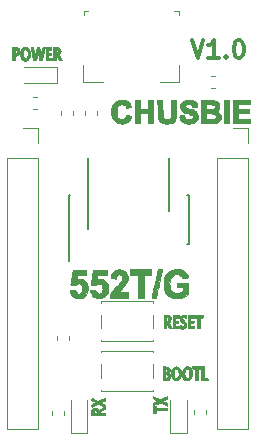
<source format=gbr>
G04 #@! TF.GenerationSoftware,KiCad,Pcbnew,(5.0.0)*
G04 #@! TF.CreationDate,2020-05-15T17:20:18+01:00*
G04 #@! TF.ProjectId,CH552-USB-Devboard,43483535322D5553422D446576626F61,rev?*
G04 #@! TF.SameCoordinates,Original*
G04 #@! TF.FileFunction,Legend,Top*
G04 #@! TF.FilePolarity,Positive*
%FSLAX46Y46*%
G04 Gerber Fmt 4.6, Leading zero omitted, Abs format (unit mm)*
G04 Created by KiCad (PCBNEW (5.0.0)) date 05/15/20 17:20:18*
%MOMM*%
%LPD*%
G01*
G04 APERTURE LIST*
%ADD10C,0.300000*%
%ADD11C,0.120000*%
%ADD12C,0.100000*%
%ADD13C,0.150000*%
%ADD14C,0.010000*%
G04 APERTURE END LIST*
D10*
X90514285Y-67478571D02*
X91014285Y-68978571D01*
X91514285Y-67478571D01*
X92800000Y-68978571D02*
X91942857Y-68978571D01*
X92371428Y-68978571D02*
X92371428Y-67478571D01*
X92228571Y-67692857D01*
X92085714Y-67835714D01*
X91942857Y-67907142D01*
X93442857Y-68835714D02*
X93514285Y-68907142D01*
X93442857Y-68978571D01*
X93371428Y-68907142D01*
X93442857Y-68835714D01*
X93442857Y-68978571D01*
X94442857Y-67478571D02*
X94585714Y-67478571D01*
X94728571Y-67550000D01*
X94800000Y-67621428D01*
X94871428Y-67764285D01*
X94942857Y-68050000D01*
X94942857Y-68407142D01*
X94871428Y-68692857D01*
X94800000Y-68835714D01*
X94728571Y-68907142D01*
X94585714Y-68978571D01*
X94442857Y-68978571D01*
X94300000Y-68907142D01*
X94228571Y-68835714D01*
X94157142Y-68692857D01*
X94085714Y-68407142D01*
X94085714Y-68050000D01*
X94157142Y-67764285D01*
X94228571Y-67621428D01*
X94300000Y-67550000D01*
X94442857Y-67478571D01*
D11*
G04 #@! TO.C,SW2*
X87275000Y-89575000D02*
X82875000Y-89575000D01*
X82875000Y-89575000D02*
X82875000Y-89695000D01*
X82875000Y-90705000D02*
X82875000Y-91845000D01*
X82875000Y-92855000D02*
X82875000Y-92975000D01*
X82875000Y-92975000D02*
X87275000Y-92975000D01*
X87275000Y-92975000D02*
X87275000Y-92855000D01*
X87275000Y-91845000D02*
X87275000Y-90705000D01*
X87275000Y-89695000D02*
X87275000Y-89575000D01*
G04 #@! TO.C,SW1*
X87275000Y-93895000D02*
X87275000Y-93775000D01*
X87275000Y-96045000D02*
X87275000Y-94905000D01*
X87275000Y-97175000D02*
X87275000Y-97055000D01*
X82875000Y-97175000D02*
X87275000Y-97175000D01*
X82875000Y-97055000D02*
X82875000Y-97175000D01*
X82875000Y-94905000D02*
X82875000Y-96045000D01*
X82875000Y-93775000D02*
X82875000Y-93895000D01*
X87275000Y-93775000D02*
X82875000Y-93775000D01*
D12*
G04 #@! TO.C,J3*
X89450000Y-71000000D02*
X89450000Y-69550000D01*
X89450000Y-71010000D02*
X87800000Y-71010000D01*
X81340000Y-71020000D02*
X83000000Y-71020000D01*
X81340000Y-71020000D02*
X81340000Y-69550000D01*
X89413324Y-65340000D02*
X89413324Y-64960000D01*
X89413324Y-64960000D02*
X89043324Y-64960000D01*
X81385092Y-64958152D02*
X81755092Y-64958152D01*
X81385092Y-65338152D02*
X81385092Y-64958152D01*
D11*
G04 #@! TO.C,C1*
X82510000Y-73771267D02*
X82510000Y-73428733D01*
X81490000Y-73771267D02*
X81490000Y-73428733D01*
G04 #@! TO.C,C2*
X79490000Y-73771267D02*
X79490000Y-73428733D01*
X80510000Y-73771267D02*
X80510000Y-73428733D01*
G04 #@! TO.C,C3*
X80110000Y-92846267D02*
X80110000Y-92503733D01*
X79090000Y-92846267D02*
X79090000Y-92503733D01*
G04 #@! TO.C,C4*
X92153733Y-70490000D02*
X92496267Y-70490000D01*
X92153733Y-71510000D02*
X92496267Y-71510000D01*
G04 #@! TO.C,J1*
X76200000Y-74870000D02*
X77530000Y-74870000D01*
X77530000Y-74870000D02*
X77530000Y-76200000D01*
X77530000Y-77470000D02*
X77530000Y-100390000D01*
X74870000Y-100390000D02*
X77530000Y-100390000D01*
X74870000Y-77470000D02*
X74870000Y-100390000D01*
X74870000Y-77470000D02*
X77530000Y-77470000D01*
G04 #@! TO.C,J2*
X92650000Y-77470000D02*
X95310000Y-77470000D01*
X92650000Y-77470000D02*
X92650000Y-100390000D01*
X92650000Y-100390000D02*
X95310000Y-100390000D01*
X95310000Y-77470000D02*
X95310000Y-100390000D01*
X95310000Y-74870000D02*
X95310000Y-76200000D01*
X93980000Y-74870000D02*
X95310000Y-74870000D01*
D13*
G04 #@! TO.C,U2*
X80129192Y-84755020D02*
X80129192Y-86130020D01*
X90254192Y-84755020D02*
X90254192Y-80605020D01*
X80104192Y-84755020D02*
X80104192Y-80605020D01*
X90254192Y-84755020D02*
X90149192Y-84755020D01*
X90254192Y-80605020D02*
X90149192Y-80605020D01*
X80104192Y-80605020D02*
X80209192Y-80605020D01*
X80104192Y-84755020D02*
X80129192Y-84755020D01*
G04 #@! TO.C,U1*
X81729192Y-83430020D02*
X81729192Y-77455020D01*
X88629192Y-81905020D02*
X88629192Y-77455020D01*
D11*
G04 #@! TO.C,D3*
X79100000Y-71100000D02*
X76300000Y-71100000D01*
X79100000Y-69700000D02*
X76300000Y-69700000D01*
X79100000Y-71100000D02*
X79100000Y-69700000D01*
G04 #@! TO.C,D2*
X88700000Y-100700000D02*
X90100000Y-100700000D01*
X90100000Y-100700000D02*
X90100000Y-97900000D01*
X88700000Y-100700000D02*
X88700000Y-97900000D01*
G04 #@! TO.C,D1*
X80300000Y-100700000D02*
X80300000Y-97900000D01*
X81700000Y-100700000D02*
X81700000Y-97900000D01*
X80300000Y-100700000D02*
X81700000Y-100700000D01*
G04 #@! TO.C,R4*
X90690000Y-99096267D02*
X90690000Y-98753733D01*
X91710000Y-99096267D02*
X91710000Y-98753733D01*
G04 #@! TO.C,R5*
X77103733Y-73310000D02*
X77446267Y-73310000D01*
X77103733Y-72290000D02*
X77446267Y-72290000D01*
G04 #@! TO.C,R3*
X78690000Y-99171267D02*
X78690000Y-98828733D01*
X79710000Y-99171267D02*
X79710000Y-98828733D01*
D14*
G04 #@! TO.C,G\002A\002A\002A*
G36*
X79177413Y-68049534D02*
X79301574Y-68094762D01*
X79378362Y-68174987D01*
X79412900Y-68294174D01*
X79416040Y-68356713D01*
X79402295Y-68448165D01*
X79368059Y-68542914D01*
X79323831Y-68617074D01*
X79289217Y-68645240D01*
X79288186Y-68675991D01*
X79313499Y-68748715D01*
X79360107Y-68850006D01*
X79383198Y-68894795D01*
X79441027Y-69006233D01*
X79485219Y-69096079D01*
X79508684Y-69149738D01*
X79510691Y-69157331D01*
X79483285Y-69173106D01*
X79414804Y-69180995D01*
X79400140Y-69181203D01*
X79341299Y-69177595D01*
X79298812Y-69158598D01*
X79260350Y-69111952D01*
X79213582Y-69025397D01*
X79185290Y-68967579D01*
X79116285Y-68834472D01*
X79065807Y-68761387D01*
X79031590Y-68748177D01*
X79011369Y-68794695D01*
X79002878Y-68900795D01*
X79002256Y-68955744D01*
X79002256Y-69181203D01*
X78811278Y-69181203D01*
X78811278Y-68385464D01*
X79002256Y-68385464D01*
X79006099Y-68481946D01*
X79021209Y-68529958D01*
X79052955Y-68544415D01*
X79059549Y-68544612D01*
X79130154Y-68524459D01*
X79155037Y-68506416D01*
X79189398Y-68435884D01*
X79188567Y-68349927D01*
X79155359Y-68278318D01*
X79131666Y-68259265D01*
X79061524Y-68230584D01*
X79021934Y-68243971D01*
X79004950Y-68307176D01*
X79002256Y-68385464D01*
X78811278Y-68385464D01*
X78811278Y-68035339D01*
X79000758Y-68035339D01*
X79177413Y-68049534D01*
X79177413Y-68049534D01*
G37*
X79177413Y-68049534D02*
X79301574Y-68094762D01*
X79378362Y-68174987D01*
X79412900Y-68294174D01*
X79416040Y-68356713D01*
X79402295Y-68448165D01*
X79368059Y-68542914D01*
X79323831Y-68617074D01*
X79289217Y-68645240D01*
X79288186Y-68675991D01*
X79313499Y-68748715D01*
X79360107Y-68850006D01*
X79383198Y-68894795D01*
X79441027Y-69006233D01*
X79485219Y-69096079D01*
X79508684Y-69149738D01*
X79510691Y-69157331D01*
X79483285Y-69173106D01*
X79414804Y-69180995D01*
X79400140Y-69181203D01*
X79341299Y-69177595D01*
X79298812Y-69158598D01*
X79260350Y-69111952D01*
X79213582Y-69025397D01*
X79185290Y-68967579D01*
X79116285Y-68834472D01*
X79065807Y-68761387D01*
X79031590Y-68748177D01*
X79011369Y-68794695D01*
X79002878Y-68900795D01*
X79002256Y-68955744D01*
X79002256Y-69181203D01*
X78811278Y-69181203D01*
X78811278Y-68385464D01*
X79002256Y-68385464D01*
X79006099Y-68481946D01*
X79021209Y-68529958D01*
X79052955Y-68544415D01*
X79059549Y-68544612D01*
X79130154Y-68524459D01*
X79155037Y-68506416D01*
X79189398Y-68435884D01*
X79188567Y-68349927D01*
X79155359Y-68278318D01*
X79131666Y-68259265D01*
X79061524Y-68230584D01*
X79021934Y-68243971D01*
X79004950Y-68307176D01*
X79002256Y-68385464D01*
X78811278Y-68385464D01*
X78811278Y-68035339D01*
X79000758Y-68035339D01*
X79177413Y-68049534D01*
G36*
X78652130Y-68146742D02*
X78649073Y-68215193D01*
X78628350Y-68247607D01*
X78572636Y-68257458D01*
X78508897Y-68258146D01*
X78365664Y-68258146D01*
X78365664Y-68512782D01*
X78508897Y-68512782D01*
X78596973Y-68515550D01*
X78638689Y-68531533D01*
X78651321Y-68572247D01*
X78652130Y-68608271D01*
X78647978Y-68666988D01*
X78624004Y-68694799D01*
X78562933Y-68703220D01*
X78508897Y-68703760D01*
X78365664Y-68703760D01*
X78365664Y-68990226D01*
X78524812Y-68990226D01*
X78619024Y-68992312D01*
X78666003Y-69005139D01*
X78682173Y-69038560D01*
X78683960Y-69085714D01*
X78683960Y-69181203D01*
X78174687Y-69181203D01*
X78174687Y-68035339D01*
X78652130Y-68035339D01*
X78652130Y-68146742D01*
X78652130Y-68146742D01*
G37*
X78652130Y-68146742D02*
X78649073Y-68215193D01*
X78628350Y-68247607D01*
X78572636Y-68257458D01*
X78508897Y-68258146D01*
X78365664Y-68258146D01*
X78365664Y-68512782D01*
X78508897Y-68512782D01*
X78596973Y-68515550D01*
X78638689Y-68531533D01*
X78651321Y-68572247D01*
X78652130Y-68608271D01*
X78647978Y-68666988D01*
X78624004Y-68694799D01*
X78562933Y-68703220D01*
X78508897Y-68703760D01*
X78365664Y-68703760D01*
X78365664Y-68990226D01*
X78524812Y-68990226D01*
X78619024Y-68992312D01*
X78666003Y-69005139D01*
X78682173Y-69038560D01*
X78683960Y-69085714D01*
X78683960Y-69181203D01*
X78174687Y-69181203D01*
X78174687Y-68035339D01*
X78652130Y-68035339D01*
X78652130Y-68146742D01*
G36*
X77559578Y-68036876D02*
X77580931Y-68051451D01*
X77599309Y-68086477D01*
X77617894Y-68150388D01*
X77639867Y-68251620D01*
X77668408Y-68398607D01*
X77705277Y-68592356D01*
X77747888Y-68815163D01*
X77804751Y-68480953D01*
X77834719Y-68305921D01*
X77857539Y-68183993D01*
X77877109Y-68105578D01*
X77897325Y-68061084D01*
X77922087Y-68040921D01*
X77955291Y-68035499D01*
X77985854Y-68035339D01*
X78051978Y-68044003D01*
X78079198Y-68064622D01*
X78072897Y-68105788D01*
X78055778Y-68195576D01*
X78030518Y-68320396D01*
X78002382Y-68454534D01*
X77967207Y-68620582D01*
X77932800Y-68784565D01*
X77903780Y-68924402D01*
X77888722Y-68998183D01*
X77866275Y-69100471D01*
X77843900Y-69155122D01*
X77809878Y-69177056D01*
X77752492Y-69181194D01*
X77744987Y-69181203D01*
X77706219Y-69182411D01*
X77677482Y-69180359D01*
X77655368Y-69166539D01*
X77636470Y-69132437D01*
X77617379Y-69069545D01*
X77594688Y-68969351D01*
X77564989Y-68823344D01*
X77528317Y-68640100D01*
X77486659Y-68433208D01*
X77412751Y-68807206D01*
X77338842Y-69181203D01*
X77106438Y-69181203D01*
X77002432Y-68654608D01*
X76966823Y-68476815D01*
X76934287Y-68319000D01*
X76907252Y-68192583D01*
X76888146Y-68108986D01*
X76880644Y-68081675D01*
X76884123Y-68049597D01*
X76934930Y-68036472D01*
X76974222Y-68035339D01*
X77020199Y-68035102D01*
X77053507Y-68040619D01*
X77078213Y-68061236D01*
X77098381Y-68106296D01*
X77118078Y-68185143D01*
X77141369Y-68307122D01*
X77172319Y-68481576D01*
X77175033Y-68496867D01*
X77231564Y-68815163D01*
X77312389Y-68425251D01*
X77393213Y-68035339D01*
X77495227Y-68035339D01*
X77532071Y-68034318D01*
X77559578Y-68036876D01*
X77559578Y-68036876D01*
G37*
X77559578Y-68036876D02*
X77580931Y-68051451D01*
X77599309Y-68086477D01*
X77617894Y-68150388D01*
X77639867Y-68251620D01*
X77668408Y-68398607D01*
X77705277Y-68592356D01*
X77747888Y-68815163D01*
X77804751Y-68480953D01*
X77834719Y-68305921D01*
X77857539Y-68183993D01*
X77877109Y-68105578D01*
X77897325Y-68061084D01*
X77922087Y-68040921D01*
X77955291Y-68035499D01*
X77985854Y-68035339D01*
X78051978Y-68044003D01*
X78079198Y-68064622D01*
X78072897Y-68105788D01*
X78055778Y-68195576D01*
X78030518Y-68320396D01*
X78002382Y-68454534D01*
X77967207Y-68620582D01*
X77932800Y-68784565D01*
X77903780Y-68924402D01*
X77888722Y-68998183D01*
X77866275Y-69100471D01*
X77843900Y-69155122D01*
X77809878Y-69177056D01*
X77752492Y-69181194D01*
X77744987Y-69181203D01*
X77706219Y-69182411D01*
X77677482Y-69180359D01*
X77655368Y-69166539D01*
X77636470Y-69132437D01*
X77617379Y-69069545D01*
X77594688Y-68969351D01*
X77564989Y-68823344D01*
X77528317Y-68640100D01*
X77486659Y-68433208D01*
X77412751Y-68807206D01*
X77338842Y-69181203D01*
X77106438Y-69181203D01*
X77002432Y-68654608D01*
X76966823Y-68476815D01*
X76934287Y-68319000D01*
X76907252Y-68192583D01*
X76888146Y-68108986D01*
X76880644Y-68081675D01*
X76884123Y-68049597D01*
X76934930Y-68036472D01*
X76974222Y-68035339D01*
X77020199Y-68035102D01*
X77053507Y-68040619D01*
X77078213Y-68061236D01*
X77098381Y-68106296D01*
X77118078Y-68185143D01*
X77141369Y-68307122D01*
X77172319Y-68481576D01*
X77175033Y-68496867D01*
X77231564Y-68815163D01*
X77312389Y-68425251D01*
X77393213Y-68035339D01*
X77495227Y-68035339D01*
X77532071Y-68034318D01*
X77559578Y-68036876D01*
G36*
X75564827Y-68040754D02*
X75724460Y-68058567D01*
X75831119Y-68096964D01*
X75894527Y-68165482D01*
X75924405Y-68273657D01*
X75930702Y-68399698D01*
X75926718Y-68520070D01*
X75910802Y-68598956D01*
X75877009Y-68658250D01*
X75852972Y-68685882D01*
X75756825Y-68753927D01*
X75654037Y-68788003D01*
X75532832Y-68807384D01*
X75532832Y-68994294D01*
X75531501Y-69098588D01*
X75522343Y-69154390D01*
X75497608Y-69176866D01*
X75449549Y-69181184D01*
X75437343Y-69181203D01*
X75341855Y-69181203D01*
X75341855Y-68397973D01*
X75532832Y-68397973D01*
X75534780Y-68499430D01*
X75545263Y-68552693D01*
X75571234Y-68573209D01*
X75613194Y-68576441D01*
X75687628Y-68552951D01*
X75723809Y-68496867D01*
X75735559Y-68419912D01*
X75724073Y-68338632D01*
X75695421Y-68277064D01*
X75663541Y-68258146D01*
X75609392Y-68247615D01*
X75583180Y-68238825D01*
X75554252Y-68237402D01*
X75538905Y-68269732D01*
X75533251Y-68348107D01*
X75532832Y-68397973D01*
X75341855Y-68397973D01*
X75341855Y-68028156D01*
X75564827Y-68040754D01*
X75564827Y-68040754D01*
G37*
X75564827Y-68040754D02*
X75724460Y-68058567D01*
X75831119Y-68096964D01*
X75894527Y-68165482D01*
X75924405Y-68273657D01*
X75930702Y-68399698D01*
X75926718Y-68520070D01*
X75910802Y-68598956D01*
X75877009Y-68658250D01*
X75852972Y-68685882D01*
X75756825Y-68753927D01*
X75654037Y-68788003D01*
X75532832Y-68807384D01*
X75532832Y-68994294D01*
X75531501Y-69098588D01*
X75522343Y-69154390D01*
X75497608Y-69176866D01*
X75449549Y-69181184D01*
X75437343Y-69181203D01*
X75341855Y-69181203D01*
X75341855Y-68397973D01*
X75532832Y-68397973D01*
X75534780Y-68499430D01*
X75545263Y-68552693D01*
X75571234Y-68573209D01*
X75613194Y-68576441D01*
X75687628Y-68552951D01*
X75723809Y-68496867D01*
X75735559Y-68419912D01*
X75724073Y-68338632D01*
X75695421Y-68277064D01*
X75663541Y-68258146D01*
X75609392Y-68247615D01*
X75583180Y-68238825D01*
X75554252Y-68237402D01*
X75538905Y-68269732D01*
X75533251Y-68348107D01*
X75532832Y-68397973D01*
X75341855Y-68397973D01*
X75341855Y-68028156D01*
X75564827Y-68040754D01*
G36*
X76582589Y-68060070D02*
X76700892Y-68134795D01*
X76782327Y-68260305D01*
X76827465Y-68437395D01*
X76837844Y-68608271D01*
X76824273Y-68806841D01*
X76780832Y-68959482D01*
X76703434Y-69078470D01*
X76670013Y-69112196D01*
X76570734Y-69170423D01*
X76445613Y-69200829D01*
X76324968Y-69197796D01*
X76280827Y-69184295D01*
X76184226Y-69116745D01*
X76095733Y-69013026D01*
X76044225Y-68916537D01*
X76017820Y-68794770D01*
X76010614Y-68639055D01*
X76016627Y-68548905D01*
X76210012Y-68548905D01*
X76210313Y-68687981D01*
X76235298Y-68789161D01*
X76299885Y-68910991D01*
X76376464Y-68975796D01*
X76459935Y-68981436D01*
X76545195Y-68925773D01*
X76549742Y-68920990D01*
X76610944Y-68823403D01*
X76641498Y-68705445D01*
X76644505Y-68579572D01*
X76623061Y-68458242D01*
X76580266Y-68353912D01*
X76519218Y-68279039D01*
X76443015Y-68246082D01*
X76383866Y-68254059D01*
X76301633Y-68314494D01*
X76242067Y-68418592D01*
X76210012Y-68548905D01*
X76016627Y-68548905D01*
X76021506Y-68475777D01*
X76049396Y-68331325D01*
X76071189Y-68270320D01*
X76150832Y-68140428D01*
X76252809Y-68065170D01*
X76389622Y-68036290D01*
X76426850Y-68035339D01*
X76582589Y-68060070D01*
X76582589Y-68060070D01*
G37*
X76582589Y-68060070D02*
X76700892Y-68134795D01*
X76782327Y-68260305D01*
X76827465Y-68437395D01*
X76837844Y-68608271D01*
X76824273Y-68806841D01*
X76780832Y-68959482D01*
X76703434Y-69078470D01*
X76670013Y-69112196D01*
X76570734Y-69170423D01*
X76445613Y-69200829D01*
X76324968Y-69197796D01*
X76280827Y-69184295D01*
X76184226Y-69116745D01*
X76095733Y-69013026D01*
X76044225Y-68916537D01*
X76017820Y-68794770D01*
X76010614Y-68639055D01*
X76016627Y-68548905D01*
X76210012Y-68548905D01*
X76210313Y-68687981D01*
X76235298Y-68789161D01*
X76299885Y-68910991D01*
X76376464Y-68975796D01*
X76459935Y-68981436D01*
X76545195Y-68925773D01*
X76549742Y-68920990D01*
X76610944Y-68823403D01*
X76641498Y-68705445D01*
X76644505Y-68579572D01*
X76623061Y-68458242D01*
X76580266Y-68353912D01*
X76519218Y-68279039D01*
X76443015Y-68246082D01*
X76383866Y-68254059D01*
X76301633Y-68314494D01*
X76242067Y-68418592D01*
X76210012Y-68548905D01*
X76016627Y-68548905D01*
X76021506Y-68475777D01*
X76049396Y-68331325D01*
X76071189Y-68270320D01*
X76150832Y-68140428D01*
X76252809Y-68065170D01*
X76389622Y-68036290D01*
X76426850Y-68035339D01*
X76582589Y-68060070D01*
G36*
X95458145Y-72905263D02*
X94439599Y-72905263D01*
X94439599Y-73287218D01*
X95394486Y-73287218D01*
X95394486Y-73669173D01*
X94439599Y-73669173D01*
X94439599Y-74146617D01*
X95489975Y-74146617D01*
X95489975Y-74496742D01*
X94025814Y-74496742D01*
X94025814Y-72555138D01*
X95458145Y-72555138D01*
X95458145Y-72905263D01*
X95458145Y-72905263D01*
G37*
X95458145Y-72905263D02*
X94439599Y-72905263D01*
X94439599Y-73287218D01*
X95394486Y-73287218D01*
X95394486Y-73669173D01*
X94439599Y-73669173D01*
X94439599Y-74146617D01*
X95489975Y-74146617D01*
X95489975Y-74496742D01*
X94025814Y-74496742D01*
X94025814Y-72555138D01*
X95458145Y-72555138D01*
X95458145Y-72905263D01*
G36*
X93675689Y-74496742D02*
X93261905Y-74496742D01*
X93261905Y-72555138D01*
X93675689Y-72555138D01*
X93675689Y-74496742D01*
X93675689Y-74496742D01*
G37*
X93675689Y-74496742D02*
X93261905Y-74496742D01*
X93261905Y-72555138D01*
X93675689Y-72555138D01*
X93675689Y-74496742D01*
G36*
X91917105Y-72555837D02*
X92163538Y-72558501D01*
X92355416Y-72567348D01*
X92501723Y-72584691D01*
X92611447Y-72612841D01*
X92693572Y-72654109D01*
X92757084Y-72710808D01*
X92810969Y-72785250D01*
X92811372Y-72785901D01*
X92860341Y-72907761D01*
X92876388Y-73047295D01*
X92862332Y-73187601D01*
X92820992Y-73311781D01*
X92755188Y-73402933D01*
X92702975Y-73435589D01*
X92681804Y-73455613D01*
X92710687Y-73487373D01*
X92751193Y-73513803D01*
X92872230Y-73620929D01*
X92947206Y-73758054D01*
X92976991Y-73912169D01*
X92962461Y-74070267D01*
X92904486Y-74219339D01*
X92803940Y-74346377D01*
X92690054Y-74425125D01*
X92635986Y-74450383D01*
X92581443Y-74468906D01*
X92515728Y-74481730D01*
X92428145Y-74489890D01*
X92307995Y-74494421D01*
X92144582Y-74496359D01*
X91950148Y-74496742D01*
X91352130Y-74496742D01*
X91352130Y-73669173D01*
X91765915Y-73669173D01*
X91765915Y-74146617D01*
X92085657Y-74146617D01*
X92233316Y-74145478D01*
X92332057Y-74140133D01*
X92396611Y-74127691D01*
X92441705Y-74105259D01*
X92482069Y-74069944D01*
X92483527Y-74068490D01*
X92546003Y-73987834D01*
X92556928Y-73908437D01*
X92526315Y-73817414D01*
X92481369Y-73752037D01*
X92409822Y-73707905D01*
X92301241Y-73681765D01*
X92145194Y-73670365D01*
X92050883Y-73669173D01*
X91765915Y-73669173D01*
X91352130Y-73669173D01*
X91352130Y-72905263D01*
X91765915Y-72905263D01*
X91765915Y-73325193D01*
X92067211Y-73314163D01*
X92224572Y-73305311D01*
X92330006Y-73291063D01*
X92395158Y-73269316D01*
X92421315Y-73250273D01*
X92467771Y-73163652D01*
X92465937Y-73063585D01*
X92417475Y-72976087D01*
X92402959Y-72962888D01*
X92352735Y-72933407D01*
X92281317Y-72915619D01*
X92173682Y-72907079D01*
X92048855Y-72905263D01*
X91765915Y-72905263D01*
X91352130Y-72905263D01*
X91352130Y-72555138D01*
X91917105Y-72555837D01*
X91917105Y-72555837D01*
G37*
X91917105Y-72555837D02*
X92163538Y-72558501D01*
X92355416Y-72567348D01*
X92501723Y-72584691D01*
X92611447Y-72612841D01*
X92693572Y-72654109D01*
X92757084Y-72710808D01*
X92810969Y-72785250D01*
X92811372Y-72785901D01*
X92860341Y-72907761D01*
X92876388Y-73047295D01*
X92862332Y-73187601D01*
X92820992Y-73311781D01*
X92755188Y-73402933D01*
X92702975Y-73435589D01*
X92681804Y-73455613D01*
X92710687Y-73487373D01*
X92751193Y-73513803D01*
X92872230Y-73620929D01*
X92947206Y-73758054D01*
X92976991Y-73912169D01*
X92962461Y-74070267D01*
X92904486Y-74219339D01*
X92803940Y-74346377D01*
X92690054Y-74425125D01*
X92635986Y-74450383D01*
X92581443Y-74468906D01*
X92515728Y-74481730D01*
X92428145Y-74489890D01*
X92307995Y-74494421D01*
X92144582Y-74496359D01*
X91950148Y-74496742D01*
X91352130Y-74496742D01*
X91352130Y-73669173D01*
X91765915Y-73669173D01*
X91765915Y-74146617D01*
X92085657Y-74146617D01*
X92233316Y-74145478D01*
X92332057Y-74140133D01*
X92396611Y-74127691D01*
X92441705Y-74105259D01*
X92482069Y-74069944D01*
X92483527Y-74068490D01*
X92546003Y-73987834D01*
X92556928Y-73908437D01*
X92526315Y-73817414D01*
X92481369Y-73752037D01*
X92409822Y-73707905D01*
X92301241Y-73681765D01*
X92145194Y-73670365D01*
X92050883Y-73669173D01*
X91765915Y-73669173D01*
X91352130Y-73669173D01*
X91352130Y-72905263D01*
X91765915Y-72905263D01*
X91765915Y-73325193D01*
X92067211Y-73314163D01*
X92224572Y-73305311D01*
X92330006Y-73291063D01*
X92395158Y-73269316D01*
X92421315Y-73250273D01*
X92467771Y-73163652D01*
X92465937Y-73063585D01*
X92417475Y-72976087D01*
X92402959Y-72962888D01*
X92352735Y-72933407D01*
X92281317Y-72915619D01*
X92173682Y-72907079D01*
X92048855Y-72905263D01*
X91765915Y-72905263D01*
X91352130Y-72905263D01*
X91352130Y-72555138D01*
X91917105Y-72555837D01*
G36*
X86132080Y-73319048D02*
X86864160Y-73319048D01*
X86864160Y-72555138D01*
X87277945Y-72555138D01*
X87277945Y-74496742D01*
X86864160Y-74496742D01*
X86864160Y-73669173D01*
X86132080Y-73669173D01*
X86132080Y-74496742D01*
X85718296Y-74496742D01*
X85718296Y-72555138D01*
X86132080Y-72555138D01*
X86132080Y-73319048D01*
X86132080Y-73319048D01*
G37*
X86132080Y-73319048D02*
X86864160Y-73319048D01*
X86864160Y-72555138D01*
X87277945Y-72555138D01*
X87277945Y-74496742D01*
X86864160Y-74496742D01*
X86864160Y-73669173D01*
X86132080Y-73669173D01*
X86132080Y-74496742D01*
X85718296Y-74496742D01*
X85718296Y-72555138D01*
X86132080Y-72555138D01*
X86132080Y-73319048D01*
G36*
X90513516Y-72546904D02*
X90702605Y-72614000D01*
X90848947Y-72722191D01*
X90948383Y-72868580D01*
X90992044Y-73015362D01*
X91010334Y-73128070D01*
X90870894Y-73128505D01*
X90766553Y-73133067D01*
X90678618Y-73143891D01*
X90661280Y-73147755D01*
X90605879Y-73149275D01*
X90576204Y-73104578D01*
X90570172Y-73083157D01*
X90513088Y-72977640D01*
X90410766Y-72904908D01*
X90277150Y-72874300D01*
X90257675Y-72873903D01*
X90110223Y-72891816D01*
X90009428Y-72942443D01*
X89960456Y-73022935D01*
X89957648Y-73039457D01*
X89964619Y-73099806D01*
X90006370Y-73150320D01*
X90090790Y-73195826D01*
X90225768Y-73241155D01*
X90334995Y-73270451D01*
X90537213Y-73326452D01*
X90687959Y-73380606D01*
X90799014Y-73438271D01*
X90882156Y-73504803D01*
X90905928Y-73530133D01*
X91005136Y-73686084D01*
X91050258Y-73855996D01*
X91044672Y-74028181D01*
X90991757Y-74190948D01*
X90894889Y-74332609D01*
X90757447Y-74441475D01*
X90627019Y-74495341D01*
X90499777Y-74517050D01*
X90338772Y-74525741D01*
X90168506Y-74521911D01*
X90013483Y-74506053D01*
X89903885Y-74480740D01*
X89767741Y-74405081D01*
X89641772Y-74287369D01*
X89545293Y-74148451D01*
X89506081Y-74051373D01*
X89482528Y-73939672D01*
X89492104Y-73872693D01*
X89543890Y-73839398D01*
X89646969Y-73828750D01*
X89689599Y-73828321D01*
X89794140Y-73830060D01*
X89853668Y-73841508D01*
X89886828Y-73872010D01*
X89912266Y-73930912D01*
X89916263Y-73941930D01*
X89978362Y-74045844D01*
X90057933Y-74116874D01*
X90184003Y-74166020D01*
X90320301Y-74175339D01*
X90449167Y-74148145D01*
X90552938Y-74087749D01*
X90607816Y-74013728D01*
X90631509Y-73934202D01*
X90621830Y-73869325D01*
X90572501Y-73813943D01*
X90477246Y-73762903D01*
X90329785Y-73711051D01*
X90190351Y-73671025D01*
X89967390Y-73599746D01*
X89800599Y-73520835D01*
X89682563Y-73429737D01*
X89605867Y-73321899D01*
X89599279Y-73308035D01*
X89546038Y-73125496D01*
X89552881Y-72951924D01*
X89618312Y-72794833D01*
X89725482Y-72674236D01*
X89845033Y-72596541D01*
X89990111Y-72548486D01*
X90174647Y-72526331D01*
X90285839Y-72523797D01*
X90513516Y-72546904D01*
X90513516Y-72546904D01*
G37*
X90513516Y-72546904D02*
X90702605Y-72614000D01*
X90848947Y-72722191D01*
X90948383Y-72868580D01*
X90992044Y-73015362D01*
X91010334Y-73128070D01*
X90870894Y-73128505D01*
X90766553Y-73133067D01*
X90678618Y-73143891D01*
X90661280Y-73147755D01*
X90605879Y-73149275D01*
X90576204Y-73104578D01*
X90570172Y-73083157D01*
X90513088Y-72977640D01*
X90410766Y-72904908D01*
X90277150Y-72874300D01*
X90257675Y-72873903D01*
X90110223Y-72891816D01*
X90009428Y-72942443D01*
X89960456Y-73022935D01*
X89957648Y-73039457D01*
X89964619Y-73099806D01*
X90006370Y-73150320D01*
X90090790Y-73195826D01*
X90225768Y-73241155D01*
X90334995Y-73270451D01*
X90537213Y-73326452D01*
X90687959Y-73380606D01*
X90799014Y-73438271D01*
X90882156Y-73504803D01*
X90905928Y-73530133D01*
X91005136Y-73686084D01*
X91050258Y-73855996D01*
X91044672Y-74028181D01*
X90991757Y-74190948D01*
X90894889Y-74332609D01*
X90757447Y-74441475D01*
X90627019Y-74495341D01*
X90499777Y-74517050D01*
X90338772Y-74525741D01*
X90168506Y-74521911D01*
X90013483Y-74506053D01*
X89903885Y-74480740D01*
X89767741Y-74405081D01*
X89641772Y-74287369D01*
X89545293Y-74148451D01*
X89506081Y-74051373D01*
X89482528Y-73939672D01*
X89492104Y-73872693D01*
X89543890Y-73839398D01*
X89646969Y-73828750D01*
X89689599Y-73828321D01*
X89794140Y-73830060D01*
X89853668Y-73841508D01*
X89886828Y-73872010D01*
X89912266Y-73930912D01*
X89916263Y-73941930D01*
X89978362Y-74045844D01*
X90057933Y-74116874D01*
X90184003Y-74166020D01*
X90320301Y-74175339D01*
X90449167Y-74148145D01*
X90552938Y-74087749D01*
X90607816Y-74013728D01*
X90631509Y-73934202D01*
X90621830Y-73869325D01*
X90572501Y-73813943D01*
X90477246Y-73762903D01*
X90329785Y-73711051D01*
X90190351Y-73671025D01*
X89967390Y-73599746D01*
X89800599Y-73520835D01*
X89682563Y-73429737D01*
X89605867Y-73321899D01*
X89599279Y-73308035D01*
X89546038Y-73125496D01*
X89552881Y-72951924D01*
X89618312Y-72794833D01*
X89725482Y-72674236D01*
X89845033Y-72596541D01*
X89990111Y-72548486D01*
X90174647Y-72526331D01*
X90285839Y-72523797D01*
X90513516Y-72546904D01*
G36*
X88047274Y-73247431D02*
X88052193Y-73495798D01*
X88058793Y-73688550D01*
X88068918Y-73833735D01*
X88084409Y-73939396D01*
X88107112Y-74013579D01*
X88138869Y-74064331D01*
X88181525Y-74099695D01*
X88236922Y-74127717D01*
X88250286Y-74133397D01*
X88408355Y-74174933D01*
X88551064Y-74158175D01*
X88610171Y-74133089D01*
X88660699Y-74102315D01*
X88699695Y-74063359D01*
X88728630Y-74008173D01*
X88748977Y-73928709D01*
X88762207Y-73816920D01*
X88769794Y-73664756D01*
X88773210Y-73464172D01*
X88773935Y-73237976D01*
X88773935Y-72555138D01*
X89191818Y-72555138D01*
X89181811Y-73327005D01*
X89178460Y-73568934D01*
X89174899Y-73756035D01*
X89170277Y-73897138D01*
X89163741Y-74001070D01*
X89154439Y-74076661D01*
X89141521Y-74132739D01*
X89124132Y-74178132D01*
X89101423Y-74221669D01*
X89094269Y-74234250D01*
X88990106Y-74366541D01*
X88849840Y-74457524D01*
X88667537Y-74509788D01*
X88437262Y-74525920D01*
X88425517Y-74525836D01*
X88288746Y-74521552D01*
X88166909Y-74512600D01*
X88081407Y-74500695D01*
X88067043Y-74497111D01*
X87906871Y-74417150D01*
X87776423Y-74288788D01*
X87712747Y-74181379D01*
X87691158Y-74128759D01*
X87674466Y-74071682D01*
X87661845Y-74000878D01*
X87652471Y-73907076D01*
X87645517Y-73781004D01*
X87640158Y-73613392D01*
X87635568Y-73394969D01*
X87633828Y-73295176D01*
X87621356Y-72555138D01*
X88035620Y-72555138D01*
X88047274Y-73247431D01*
X88047274Y-73247431D01*
G37*
X88047274Y-73247431D02*
X88052193Y-73495798D01*
X88058793Y-73688550D01*
X88068918Y-73833735D01*
X88084409Y-73939396D01*
X88107112Y-74013579D01*
X88138869Y-74064331D01*
X88181525Y-74099695D01*
X88236922Y-74127717D01*
X88250286Y-74133397D01*
X88408355Y-74174933D01*
X88551064Y-74158175D01*
X88610171Y-74133089D01*
X88660699Y-74102315D01*
X88699695Y-74063359D01*
X88728630Y-74008173D01*
X88748977Y-73928709D01*
X88762207Y-73816920D01*
X88769794Y-73664756D01*
X88773210Y-73464172D01*
X88773935Y-73237976D01*
X88773935Y-72555138D01*
X89191818Y-72555138D01*
X89181811Y-73327005D01*
X89178460Y-73568934D01*
X89174899Y-73756035D01*
X89170277Y-73897138D01*
X89163741Y-74001070D01*
X89154439Y-74076661D01*
X89141521Y-74132739D01*
X89124132Y-74178132D01*
X89101423Y-74221669D01*
X89094269Y-74234250D01*
X88990106Y-74366541D01*
X88849840Y-74457524D01*
X88667537Y-74509788D01*
X88437262Y-74525920D01*
X88425517Y-74525836D01*
X88288746Y-74521552D01*
X88166909Y-74512600D01*
X88081407Y-74500695D01*
X88067043Y-74497111D01*
X87906871Y-74417150D01*
X87776423Y-74288788D01*
X87712747Y-74181379D01*
X87691158Y-74128759D01*
X87674466Y-74071682D01*
X87661845Y-74000878D01*
X87652471Y-73907076D01*
X87645517Y-73781004D01*
X87640158Y-73613392D01*
X87635568Y-73394969D01*
X87633828Y-73295176D01*
X87621356Y-72555138D01*
X88035620Y-72555138D01*
X88047274Y-73247431D01*
G36*
X84836020Y-72545960D02*
X85024451Y-72607710D01*
X85179690Y-72701868D01*
X85231375Y-72750295D01*
X85284482Y-72823299D01*
X85338361Y-72920049D01*
X85380868Y-73016020D01*
X85399859Y-73086681D01*
X85400000Y-73090869D01*
X85371461Y-73111654D01*
X85296992Y-73137753D01*
X85202945Y-73161190D01*
X85089466Y-73182254D01*
X85024592Y-73185337D01*
X84995918Y-73170627D01*
X84993008Y-73164363D01*
X84939016Y-73074571D01*
X84848119Y-72985612D01*
X84743762Y-72918583D01*
X84701485Y-72902023D01*
X84547045Y-72886190D01*
X84403857Y-72931094D01*
X84280016Y-73033890D01*
X84261741Y-73056561D01*
X84223723Y-73109948D01*
X84198733Y-73160796D01*
X84184049Y-73223863D01*
X84176949Y-73313907D01*
X84174709Y-73445684D01*
X84174561Y-73529086D01*
X84178772Y-73719667D01*
X84194835Y-73859218D01*
X84227892Y-73960015D01*
X84283086Y-74034331D01*
X84365560Y-74094442D01*
X84424679Y-74126027D01*
X84563675Y-74163236D01*
X84703552Y-74147027D01*
X84829141Y-74084676D01*
X84925271Y-73983460D01*
X84974662Y-73862216D01*
X84988202Y-73803137D01*
X85008805Y-73774440D01*
X85051631Y-73772996D01*
X85131839Y-73795674D01*
X85195395Y-73816637D01*
X85308107Y-73856994D01*
X85369592Y-73892692D01*
X85389854Y-73936488D01*
X85378895Y-74001139D01*
X85367764Y-74036443D01*
X85298905Y-74170961D01*
X85189765Y-74304916D01*
X85060158Y-74416736D01*
X84970301Y-74469188D01*
X84805536Y-74516995D01*
X84611718Y-74531582D01*
X84413646Y-74513677D01*
X84236118Y-74464007D01*
X84197473Y-74446523D01*
X84013571Y-74325679D01*
X83875917Y-74167579D01*
X83782196Y-73968218D01*
X83730094Y-73723592D01*
X83720998Y-73622389D01*
X83727921Y-73345501D01*
X83783422Y-73100485D01*
X83885068Y-72891696D01*
X84030424Y-72723489D01*
X84217056Y-72600219D01*
X84314587Y-72560319D01*
X84404883Y-72540629D01*
X84528665Y-72527327D01*
X84632882Y-72523619D01*
X84836020Y-72545960D01*
X84836020Y-72545960D01*
G37*
X84836020Y-72545960D02*
X85024451Y-72607710D01*
X85179690Y-72701868D01*
X85231375Y-72750295D01*
X85284482Y-72823299D01*
X85338361Y-72920049D01*
X85380868Y-73016020D01*
X85399859Y-73086681D01*
X85400000Y-73090869D01*
X85371461Y-73111654D01*
X85296992Y-73137753D01*
X85202945Y-73161190D01*
X85089466Y-73182254D01*
X85024592Y-73185337D01*
X84995918Y-73170627D01*
X84993008Y-73164363D01*
X84939016Y-73074571D01*
X84848119Y-72985612D01*
X84743762Y-72918583D01*
X84701485Y-72902023D01*
X84547045Y-72886190D01*
X84403857Y-72931094D01*
X84280016Y-73033890D01*
X84261741Y-73056561D01*
X84223723Y-73109948D01*
X84198733Y-73160796D01*
X84184049Y-73223863D01*
X84176949Y-73313907D01*
X84174709Y-73445684D01*
X84174561Y-73529086D01*
X84178772Y-73719667D01*
X84194835Y-73859218D01*
X84227892Y-73960015D01*
X84283086Y-74034331D01*
X84365560Y-74094442D01*
X84424679Y-74126027D01*
X84563675Y-74163236D01*
X84703552Y-74147027D01*
X84829141Y-74084676D01*
X84925271Y-73983460D01*
X84974662Y-73862216D01*
X84988202Y-73803137D01*
X85008805Y-73774440D01*
X85051631Y-73772996D01*
X85131839Y-73795674D01*
X85195395Y-73816637D01*
X85308107Y-73856994D01*
X85369592Y-73892692D01*
X85389854Y-73936488D01*
X85378895Y-74001139D01*
X85367764Y-74036443D01*
X85298905Y-74170961D01*
X85189765Y-74304916D01*
X85060158Y-74416736D01*
X84970301Y-74469188D01*
X84805536Y-74516995D01*
X84611718Y-74531582D01*
X84413646Y-74513677D01*
X84236118Y-74464007D01*
X84197473Y-74446523D01*
X84013571Y-74325679D01*
X83875917Y-74167579D01*
X83782196Y-73968218D01*
X83730094Y-73723592D01*
X83720998Y-73622389D01*
X83727921Y-73345501D01*
X83783422Y-73100485D01*
X83885068Y-72891696D01*
X84030424Y-72723489D01*
X84217056Y-72600219D01*
X84314587Y-72560319D01*
X84404883Y-72540629D01*
X84528665Y-72527327D01*
X84632882Y-72523619D01*
X84836020Y-72545960D01*
G36*
X87086967Y-87324060D02*
X86450376Y-87324060D01*
X86450376Y-89297494D01*
X85972932Y-89297494D01*
X85972932Y-87324060D01*
X85304511Y-87324060D01*
X85304511Y-86878446D01*
X87086967Y-86878446D01*
X87086967Y-87324060D01*
X87086967Y-87324060D01*
G37*
X87086967Y-87324060D02*
X86450376Y-87324060D01*
X86450376Y-89297494D01*
X85972932Y-89297494D01*
X85972932Y-87324060D01*
X85304511Y-87324060D01*
X85304511Y-86878446D01*
X87086967Y-86878446D01*
X87086967Y-87324060D01*
G36*
X84617626Y-86900319D02*
X84795055Y-86967629D01*
X84939960Y-87084534D01*
X85002130Y-87162118D01*
X85051958Y-87239489D01*
X85080711Y-87309837D01*
X85094036Y-87395610D01*
X85097581Y-87519258D01*
X85097619Y-87541629D01*
X85088170Y-87705113D01*
X85055933Y-87852385D01*
X84995075Y-87994686D01*
X84899760Y-88143257D01*
X84764155Y-88309340D01*
X84616207Y-88469185D01*
X84506894Y-88584470D01*
X84415559Y-88683454D01*
X84350313Y-88757146D01*
X84319265Y-88796554D01*
X84317794Y-88800069D01*
X84347613Y-88807639D01*
X84429036Y-88813892D01*
X84550009Y-88818225D01*
X84698483Y-88820032D01*
X84715664Y-88820050D01*
X85113534Y-88820050D01*
X85113534Y-89297494D01*
X83582830Y-89297494D01*
X83602728Y-89178133D01*
X83641176Y-89028186D01*
X83709714Y-88874442D01*
X83813528Y-88708762D01*
X83957808Y-88523007D01*
X84147739Y-88309039D01*
X84175904Y-88278887D01*
X84332598Y-88109923D01*
X84449722Y-87977865D01*
X84532971Y-87874858D01*
X84588038Y-87793045D01*
X84620617Y-87724570D01*
X84636402Y-87661577D01*
X84638956Y-87640010D01*
X84633618Y-87483248D01*
X84585207Y-87372685D01*
X84494218Y-87309001D01*
X84385762Y-87292231D01*
X84261040Y-87320004D01*
X84169005Y-87401088D01*
X84113333Y-87532131D01*
X84110925Y-87542939D01*
X84088159Y-87650415D01*
X83924468Y-87630747D01*
X83818928Y-87619269D01*
X83733312Y-87612042D01*
X83705075Y-87610803D01*
X83660555Y-87584455D01*
X83651453Y-87507743D01*
X83677828Y-87383243D01*
X83698354Y-87320556D01*
X83791839Y-87139890D01*
X83928020Y-87006356D01*
X84106590Y-86920146D01*
X84327241Y-86881455D01*
X84400319Y-86879145D01*
X84617626Y-86900319D01*
X84617626Y-86900319D01*
G37*
X84617626Y-86900319D02*
X84795055Y-86967629D01*
X84939960Y-87084534D01*
X85002130Y-87162118D01*
X85051958Y-87239489D01*
X85080711Y-87309837D01*
X85094036Y-87395610D01*
X85097581Y-87519258D01*
X85097619Y-87541629D01*
X85088170Y-87705113D01*
X85055933Y-87852385D01*
X84995075Y-87994686D01*
X84899760Y-88143257D01*
X84764155Y-88309340D01*
X84616207Y-88469185D01*
X84506894Y-88584470D01*
X84415559Y-88683454D01*
X84350313Y-88757146D01*
X84319265Y-88796554D01*
X84317794Y-88800069D01*
X84347613Y-88807639D01*
X84429036Y-88813892D01*
X84550009Y-88818225D01*
X84698483Y-88820032D01*
X84715664Y-88820050D01*
X85113534Y-88820050D01*
X85113534Y-89297494D01*
X83582830Y-89297494D01*
X83602728Y-89178133D01*
X83641176Y-89028186D01*
X83709714Y-88874442D01*
X83813528Y-88708762D01*
X83957808Y-88523007D01*
X84147739Y-88309039D01*
X84175904Y-88278887D01*
X84332598Y-88109923D01*
X84449722Y-87977865D01*
X84532971Y-87874858D01*
X84588038Y-87793045D01*
X84620617Y-87724570D01*
X84636402Y-87661577D01*
X84638956Y-87640010D01*
X84633618Y-87483248D01*
X84585207Y-87372685D01*
X84494218Y-87309001D01*
X84385762Y-87292231D01*
X84261040Y-87320004D01*
X84169005Y-87401088D01*
X84113333Y-87532131D01*
X84110925Y-87542939D01*
X84088159Y-87650415D01*
X83924468Y-87630747D01*
X83818928Y-87619269D01*
X83733312Y-87612042D01*
X83705075Y-87610803D01*
X83660555Y-87584455D01*
X83651453Y-87507743D01*
X83677828Y-87383243D01*
X83698354Y-87320556D01*
X83791839Y-87139890D01*
X83928020Y-87006356D01*
X84106590Y-86920146D01*
X84327241Y-86881455D01*
X84400319Y-86879145D01*
X84617626Y-86900319D01*
G36*
X89512647Y-86865716D02*
X89731633Y-86924612D01*
X89908400Y-87025696D01*
X90047595Y-87171365D01*
X90123820Y-87298430D01*
X90181142Y-87421550D01*
X90202452Y-87501938D01*
X90183857Y-87551826D01*
X90121465Y-87583442D01*
X90025894Y-87606132D01*
X89893626Y-87630688D01*
X89808055Y-87637781D01*
X89753880Y-87624378D01*
X89715796Y-87587447D01*
X89686623Y-87538910D01*
X89581856Y-87405315D01*
X89442098Y-87324758D01*
X89329163Y-87299894D01*
X89146492Y-87296169D01*
X88998931Y-87334770D01*
X88869950Y-87420792D01*
X88837497Y-87451475D01*
X88741794Y-87570715D01*
X88679745Y-87709720D01*
X88646912Y-87882451D01*
X88638667Y-88076673D01*
X88661127Y-88321845D01*
X88723946Y-88527561D01*
X88822422Y-88690194D01*
X88951852Y-88806118D01*
X89107531Y-88871707D01*
X89284758Y-88883337D01*
X89478830Y-88837380D01*
X89571924Y-88796178D01*
X89667555Y-88745331D01*
X89720194Y-88703852D01*
X89744042Y-88653165D01*
X89753305Y-88574690D01*
X89754438Y-88557456D01*
X89764139Y-88406266D01*
X89251378Y-88406266D01*
X89251378Y-87992481D01*
X90238095Y-87992481D01*
X90238095Y-88976140D01*
X90102819Y-89066748D01*
X89843288Y-89206383D01*
X89564892Y-89294273D01*
X89280439Y-89327871D01*
X89002735Y-89304632D01*
X88956460Y-89294691D01*
X88744876Y-89215575D01*
X88549200Y-89087685D01*
X88386187Y-88923993D01*
X88293237Y-88781265D01*
X88213860Y-88575454D01*
X88162365Y-88334366D01*
X88141123Y-88081050D01*
X88152504Y-87838553D01*
X88180847Y-87688728D01*
X88252598Y-87473613D01*
X88346656Y-87299138D01*
X88475245Y-87143085D01*
X88488430Y-87129686D01*
X88666201Y-86987963D01*
X88870669Y-86896460D01*
X89110101Y-86852091D01*
X89246795Y-86846617D01*
X89512647Y-86865716D01*
X89512647Y-86865716D01*
G37*
X89512647Y-86865716D02*
X89731633Y-86924612D01*
X89908400Y-87025696D01*
X90047595Y-87171365D01*
X90123820Y-87298430D01*
X90181142Y-87421550D01*
X90202452Y-87501938D01*
X90183857Y-87551826D01*
X90121465Y-87583442D01*
X90025894Y-87606132D01*
X89893626Y-87630688D01*
X89808055Y-87637781D01*
X89753880Y-87624378D01*
X89715796Y-87587447D01*
X89686623Y-87538910D01*
X89581856Y-87405315D01*
X89442098Y-87324758D01*
X89329163Y-87299894D01*
X89146492Y-87296169D01*
X88998931Y-87334770D01*
X88869950Y-87420792D01*
X88837497Y-87451475D01*
X88741794Y-87570715D01*
X88679745Y-87709720D01*
X88646912Y-87882451D01*
X88638667Y-88076673D01*
X88661127Y-88321845D01*
X88723946Y-88527561D01*
X88822422Y-88690194D01*
X88951852Y-88806118D01*
X89107531Y-88871707D01*
X89284758Y-88883337D01*
X89478830Y-88837380D01*
X89571924Y-88796178D01*
X89667555Y-88745331D01*
X89720194Y-88703852D01*
X89744042Y-88653165D01*
X89753305Y-88574690D01*
X89754438Y-88557456D01*
X89764139Y-88406266D01*
X89251378Y-88406266D01*
X89251378Y-87992481D01*
X90238095Y-87992481D01*
X90238095Y-88976140D01*
X90102819Y-89066748D01*
X89843288Y-89206383D01*
X89564892Y-89294273D01*
X89280439Y-89327871D01*
X89002735Y-89304632D01*
X88956460Y-89294691D01*
X88744876Y-89215575D01*
X88549200Y-89087685D01*
X88386187Y-88923993D01*
X88293237Y-88781265D01*
X88213860Y-88575454D01*
X88162365Y-88334366D01*
X88141123Y-88081050D01*
X88152504Y-87838553D01*
X88180847Y-87688728D01*
X88252598Y-87473613D01*
X88346656Y-87299138D01*
X88475245Y-87143085D01*
X88488430Y-87129686D01*
X88666201Y-86987963D01*
X88870669Y-86896460D01*
X89110101Y-86852091D01*
X89246795Y-86846617D01*
X89512647Y-86865716D01*
G36*
X87949288Y-86852530D02*
X88002306Y-86871371D01*
X88010025Y-86888680D01*
X88003312Y-86925668D01*
X87984369Y-87016654D01*
X87954994Y-87153542D01*
X87916981Y-87328234D01*
X87872128Y-87532634D01*
X87822231Y-87758646D01*
X87769086Y-87998172D01*
X87714489Y-88243116D01*
X87660236Y-88485382D01*
X87608123Y-88716872D01*
X87559948Y-88929489D01*
X87517505Y-89115138D01*
X87484468Y-89257707D01*
X87467604Y-89299084D01*
X87430734Y-89320596D01*
X87356955Y-89328504D01*
X87291108Y-89329323D01*
X87190437Y-89326769D01*
X87140126Y-89316053D01*
X87126974Y-89292598D01*
X87130505Y-89273622D01*
X87140782Y-89230857D01*
X87163150Y-89133090D01*
X87196003Y-88987488D01*
X87237736Y-88801218D01*
X87286743Y-88581447D01*
X87341420Y-88335341D01*
X87400162Y-88070068D01*
X87408517Y-88032268D01*
X87670532Y-86846617D01*
X87840279Y-86846617D01*
X87949288Y-86852530D01*
X87949288Y-86852530D01*
G37*
X87949288Y-86852530D02*
X88002306Y-86871371D01*
X88010025Y-86888680D01*
X88003312Y-86925668D01*
X87984369Y-87016654D01*
X87954994Y-87153542D01*
X87916981Y-87328234D01*
X87872128Y-87532634D01*
X87822231Y-87758646D01*
X87769086Y-87998172D01*
X87714489Y-88243116D01*
X87660236Y-88485382D01*
X87608123Y-88716872D01*
X87559948Y-88929489D01*
X87517505Y-89115138D01*
X87484468Y-89257707D01*
X87467604Y-89299084D01*
X87430734Y-89320596D01*
X87356955Y-89328504D01*
X87291108Y-89329323D01*
X87190437Y-89326769D01*
X87140126Y-89316053D01*
X87126974Y-89292598D01*
X87130505Y-89273622D01*
X87140782Y-89230857D01*
X87163150Y-89133090D01*
X87196003Y-88987488D01*
X87237736Y-88801218D01*
X87286743Y-88581447D01*
X87341420Y-88335341D01*
X87400162Y-88070068D01*
X87408517Y-88032268D01*
X87670532Y-86846617D01*
X87840279Y-86846617D01*
X87949288Y-86852530D01*
G36*
X83362907Y-87355890D02*
X82949123Y-87355890D01*
X82779295Y-87356644D01*
X82663132Y-87359802D01*
X82590652Y-87366706D01*
X82551869Y-87378700D01*
X82536800Y-87397127D01*
X82534988Y-87411592D01*
X82529663Y-87480159D01*
X82517151Y-87572838D01*
X82515613Y-87582314D01*
X82496588Y-87697336D01*
X82657408Y-87681883D01*
X82841274Y-87677193D01*
X82987712Y-87707063D01*
X83116014Y-87777153D01*
X83189028Y-87837823D01*
X83317836Y-87994797D01*
X83401097Y-88178004D01*
X83440770Y-88376850D01*
X83438816Y-88580738D01*
X83397195Y-88779075D01*
X83317869Y-88961264D01*
X83202798Y-89116712D01*
X83053942Y-89234822D01*
X82919767Y-89292992D01*
X82731523Y-89324654D01*
X82534764Y-89316472D01*
X82400352Y-89284032D01*
X82299495Y-89241889D01*
X82210858Y-89195234D01*
X82202897Y-89190176D01*
X82123583Y-89113994D01*
X82044393Y-88999107D01*
X81979089Y-88868990D01*
X81941431Y-88747121D01*
X81940717Y-88742891D01*
X81932066Y-88667604D01*
X81949585Y-88635938D01*
X82008127Y-88628871D01*
X82029858Y-88628723D01*
X82141611Y-88622785D01*
X82249398Y-88609849D01*
X82319868Y-88602586D01*
X82362618Y-88620060D01*
X82397970Y-88675936D01*
X82420163Y-88724678D01*
X82496814Y-88839015D01*
X82596611Y-88905849D01*
X82706166Y-88923073D01*
X82812087Y-88888582D01*
X82900947Y-88800327D01*
X82954780Y-88672534D01*
X82974525Y-88520824D01*
X82961752Y-88365777D01*
X82918036Y-88227972D01*
X82849893Y-88132329D01*
X82750415Y-88082041D01*
X82626926Y-88076798D01*
X82499334Y-88115563D01*
X82436423Y-88153914D01*
X82365768Y-88200657D01*
X82303104Y-88219433D01*
X82220615Y-88215555D01*
X82161341Y-88206464D01*
X82056317Y-88182873D01*
X82004321Y-88153711D01*
X81993732Y-88125329D01*
X81998885Y-88078075D01*
X82013509Y-87979127D01*
X82035853Y-87839455D01*
X82064164Y-87670026D01*
X82095048Y-87491166D01*
X82196868Y-86910276D01*
X83362907Y-86910276D01*
X83362907Y-87355890D01*
X83362907Y-87355890D01*
G37*
X83362907Y-87355890D02*
X82949123Y-87355890D01*
X82779295Y-87356644D01*
X82663132Y-87359802D01*
X82590652Y-87366706D01*
X82551869Y-87378700D01*
X82536800Y-87397127D01*
X82534988Y-87411592D01*
X82529663Y-87480159D01*
X82517151Y-87572838D01*
X82515613Y-87582314D01*
X82496588Y-87697336D01*
X82657408Y-87681883D01*
X82841274Y-87677193D01*
X82987712Y-87707063D01*
X83116014Y-87777153D01*
X83189028Y-87837823D01*
X83317836Y-87994797D01*
X83401097Y-88178004D01*
X83440770Y-88376850D01*
X83438816Y-88580738D01*
X83397195Y-88779075D01*
X83317869Y-88961264D01*
X83202798Y-89116712D01*
X83053942Y-89234822D01*
X82919767Y-89292992D01*
X82731523Y-89324654D01*
X82534764Y-89316472D01*
X82400352Y-89284032D01*
X82299495Y-89241889D01*
X82210858Y-89195234D01*
X82202897Y-89190176D01*
X82123583Y-89113994D01*
X82044393Y-88999107D01*
X81979089Y-88868990D01*
X81941431Y-88747121D01*
X81940717Y-88742891D01*
X81932066Y-88667604D01*
X81949585Y-88635938D01*
X82008127Y-88628871D01*
X82029858Y-88628723D01*
X82141611Y-88622785D01*
X82249398Y-88609849D01*
X82319868Y-88602586D01*
X82362618Y-88620060D01*
X82397970Y-88675936D01*
X82420163Y-88724678D01*
X82496814Y-88839015D01*
X82596611Y-88905849D01*
X82706166Y-88923073D01*
X82812087Y-88888582D01*
X82900947Y-88800327D01*
X82954780Y-88672534D01*
X82974525Y-88520824D01*
X82961752Y-88365777D01*
X82918036Y-88227972D01*
X82849893Y-88132329D01*
X82750415Y-88082041D01*
X82626926Y-88076798D01*
X82499334Y-88115563D01*
X82436423Y-88153914D01*
X82365768Y-88200657D01*
X82303104Y-88219433D01*
X82220615Y-88215555D01*
X82161341Y-88206464D01*
X82056317Y-88182873D01*
X82004321Y-88153711D01*
X81993732Y-88125329D01*
X81998885Y-88078075D01*
X82013509Y-87979127D01*
X82035853Y-87839455D01*
X82064164Y-87670026D01*
X82095048Y-87491166D01*
X82196868Y-86910276D01*
X83362907Y-86910276D01*
X83362907Y-87355890D01*
G36*
X81612281Y-87355890D02*
X80825322Y-87355890D01*
X80794884Y-87544893D01*
X80779578Y-87648342D01*
X80777692Y-87701196D01*
X80791141Y-87715469D01*
X80820231Y-87704041D01*
X80906447Y-87680941D01*
X81028092Y-87675121D01*
X81159649Y-87685471D01*
X81275601Y-87710882D01*
X81312853Y-87725465D01*
X81435769Y-87808974D01*
X81553805Y-87932093D01*
X81646850Y-88072623D01*
X81667994Y-88117485D01*
X81698810Y-88236599D01*
X81713678Y-88392521D01*
X81712680Y-88560453D01*
X81695898Y-88715594D01*
X81665642Y-88827995D01*
X81552568Y-89025765D01*
X81401992Y-89177605D01*
X81220922Y-89278666D01*
X81016366Y-89324101D01*
X80945567Y-89326074D01*
X80821879Y-89317539D01*
X80705026Y-89299455D01*
X80657720Y-89287452D01*
X80538757Y-89224777D01*
X80419019Y-89121454D01*
X80317569Y-88997323D01*
X80253473Y-88872225D01*
X80250924Y-88864102D01*
X80219512Y-88745782D01*
X80214645Y-88674975D01*
X80239520Y-88639970D01*
X80297338Y-88629055D01*
X80315225Y-88628723D01*
X80423786Y-88623318D01*
X80530075Y-88611578D01*
X80599909Y-88605652D01*
X80643476Y-88623984D01*
X80680865Y-88680183D01*
X80705138Y-88730172D01*
X80787522Y-88852637D01*
X80886579Y-88915584D01*
X80994522Y-88918231D01*
X81103562Y-88859792D01*
X81179513Y-88777929D01*
X81227489Y-88671002D01*
X81249075Y-88531610D01*
X81244224Y-88384761D01*
X81212886Y-88255461D01*
X81180645Y-88195757D01*
X81076187Y-88100754D01*
X80954150Y-88064088D01*
X80823912Y-88086430D01*
X80702598Y-88161655D01*
X80648807Y-88202175D01*
X80596062Y-88219734D01*
X80521760Y-88217927D01*
X80431012Y-88204858D01*
X80327216Y-88185689D01*
X80273420Y-88166064D01*
X80256363Y-88138444D01*
X80259796Y-88107528D01*
X80271156Y-88050643D01*
X80290331Y-87947652D01*
X80315164Y-87810802D01*
X80343499Y-87652341D01*
X80373180Y-87484515D01*
X80402051Y-87319572D01*
X80427955Y-87169760D01*
X80448735Y-87047324D01*
X80462237Y-86964514D01*
X80466385Y-86934148D01*
X80496549Y-86926522D01*
X80580326Y-86919904D01*
X80707671Y-86914713D01*
X80868539Y-86911366D01*
X81039348Y-86910276D01*
X81612281Y-86910276D01*
X81612281Y-87355890D01*
X81612281Y-87355890D01*
G37*
X81612281Y-87355890D02*
X80825322Y-87355890D01*
X80794884Y-87544893D01*
X80779578Y-87648342D01*
X80777692Y-87701196D01*
X80791141Y-87715469D01*
X80820231Y-87704041D01*
X80906447Y-87680941D01*
X81028092Y-87675121D01*
X81159649Y-87685471D01*
X81275601Y-87710882D01*
X81312853Y-87725465D01*
X81435769Y-87808974D01*
X81553805Y-87932093D01*
X81646850Y-88072623D01*
X81667994Y-88117485D01*
X81698810Y-88236599D01*
X81713678Y-88392521D01*
X81712680Y-88560453D01*
X81695898Y-88715594D01*
X81665642Y-88827995D01*
X81552568Y-89025765D01*
X81401992Y-89177605D01*
X81220922Y-89278666D01*
X81016366Y-89324101D01*
X80945567Y-89326074D01*
X80821879Y-89317539D01*
X80705026Y-89299455D01*
X80657720Y-89287452D01*
X80538757Y-89224777D01*
X80419019Y-89121454D01*
X80317569Y-88997323D01*
X80253473Y-88872225D01*
X80250924Y-88864102D01*
X80219512Y-88745782D01*
X80214645Y-88674975D01*
X80239520Y-88639970D01*
X80297338Y-88629055D01*
X80315225Y-88628723D01*
X80423786Y-88623318D01*
X80530075Y-88611578D01*
X80599909Y-88605652D01*
X80643476Y-88623984D01*
X80680865Y-88680183D01*
X80705138Y-88730172D01*
X80787522Y-88852637D01*
X80886579Y-88915584D01*
X80994522Y-88918231D01*
X81103562Y-88859792D01*
X81179513Y-88777929D01*
X81227489Y-88671002D01*
X81249075Y-88531610D01*
X81244224Y-88384761D01*
X81212886Y-88255461D01*
X81180645Y-88195757D01*
X81076187Y-88100754D01*
X80954150Y-88064088D01*
X80823912Y-88086430D01*
X80702598Y-88161655D01*
X80648807Y-88202175D01*
X80596062Y-88219734D01*
X80521760Y-88217927D01*
X80431012Y-88204858D01*
X80327216Y-88185689D01*
X80273420Y-88166064D01*
X80256363Y-88138444D01*
X80259796Y-88107528D01*
X80271156Y-88050643D01*
X80290331Y-87947652D01*
X80315164Y-87810802D01*
X80343499Y-87652341D01*
X80373180Y-87484515D01*
X80402051Y-87319572D01*
X80427955Y-87169760D01*
X80448735Y-87047324D01*
X80462237Y-86964514D01*
X80466385Y-86934148D01*
X80496549Y-86926522D01*
X80580326Y-86919904D01*
X80707671Y-86914713D01*
X80868539Y-86911366D01*
X81039348Y-86910276D01*
X81612281Y-86910276D01*
X81612281Y-87355890D01*
G36*
X91447619Y-90841228D02*
X91443764Y-90912556D01*
X91419966Y-90944254D01*
X91357869Y-90952383D01*
X91320301Y-90952632D01*
X91192982Y-90952632D01*
X91192982Y-91875689D01*
X91002005Y-91875689D01*
X91002005Y-90952632D01*
X90890601Y-90952632D01*
X90815935Y-90947704D01*
X90785314Y-90919905D01*
X90779212Y-90849708D01*
X90779198Y-90841228D01*
X90779198Y-90729825D01*
X91447619Y-90729825D01*
X91447619Y-90841228D01*
X91447619Y-90841228D01*
G37*
X91447619Y-90841228D02*
X91443764Y-90912556D01*
X91419966Y-90944254D01*
X91357869Y-90952383D01*
X91320301Y-90952632D01*
X91192982Y-90952632D01*
X91192982Y-91875689D01*
X91002005Y-91875689D01*
X91002005Y-90952632D01*
X90890601Y-90952632D01*
X90815935Y-90947704D01*
X90785314Y-90919905D01*
X90779212Y-90849708D01*
X90779198Y-90841228D01*
X90779198Y-90729825D01*
X91447619Y-90729825D01*
X91447619Y-90841228D01*
G36*
X90715539Y-90952632D02*
X90397243Y-90952632D01*
X90397243Y-91207268D01*
X90540476Y-91207268D01*
X90628552Y-91210036D01*
X90670268Y-91226019D01*
X90682899Y-91266733D01*
X90683709Y-91302757D01*
X90679557Y-91361475D01*
X90655583Y-91389285D01*
X90594512Y-91397706D01*
X90540476Y-91398246D01*
X90397243Y-91398246D01*
X90397243Y-91652882D01*
X90747368Y-91652882D01*
X90747368Y-91875689D01*
X90206266Y-91875689D01*
X90206266Y-90729825D01*
X90715539Y-90729825D01*
X90715539Y-90952632D01*
X90715539Y-90952632D01*
G37*
X90715539Y-90952632D02*
X90397243Y-90952632D01*
X90397243Y-91207268D01*
X90540476Y-91207268D01*
X90628552Y-91210036D01*
X90670268Y-91226019D01*
X90682899Y-91266733D01*
X90683709Y-91302757D01*
X90679557Y-91361475D01*
X90655583Y-91389285D01*
X90594512Y-91397706D01*
X90540476Y-91398246D01*
X90397243Y-91398246D01*
X90397243Y-91652882D01*
X90747368Y-91652882D01*
X90747368Y-91875689D01*
X90206266Y-91875689D01*
X90206266Y-90729825D01*
X90715539Y-90729825D01*
X90715539Y-90952632D01*
G36*
X89410526Y-90952632D02*
X89092230Y-90952632D01*
X89092230Y-91207268D01*
X89235464Y-91207268D01*
X89323540Y-91210036D01*
X89365256Y-91226019D01*
X89377887Y-91266733D01*
X89378697Y-91302757D01*
X89374545Y-91361475D01*
X89350571Y-91389285D01*
X89289500Y-91397706D01*
X89235464Y-91398246D01*
X89092230Y-91398246D01*
X89092230Y-91652882D01*
X89442356Y-91652882D01*
X89442356Y-91875689D01*
X88901253Y-91875689D01*
X88901253Y-90729825D01*
X89410526Y-90729825D01*
X89410526Y-90952632D01*
X89410526Y-90952632D01*
G37*
X89410526Y-90952632D02*
X89092230Y-90952632D01*
X89092230Y-91207268D01*
X89235464Y-91207268D01*
X89323540Y-91210036D01*
X89365256Y-91226019D01*
X89377887Y-91266733D01*
X89378697Y-91302757D01*
X89374545Y-91361475D01*
X89350571Y-91389285D01*
X89289500Y-91397706D01*
X89235464Y-91398246D01*
X89092230Y-91398246D01*
X89092230Y-91652882D01*
X89442356Y-91652882D01*
X89442356Y-91875689D01*
X88901253Y-91875689D01*
X88901253Y-90729825D01*
X89410526Y-90729825D01*
X89410526Y-90952632D01*
G36*
X88484796Y-90732545D02*
X88564324Y-90744253D01*
X88620063Y-90770264D01*
X88667728Y-90811702D01*
X88714850Y-90866609D01*
X88736677Y-90923584D01*
X88739331Y-91006439D01*
X88734774Y-91072439D01*
X88715906Y-91197797D01*
X88681555Y-91274933D01*
X88656242Y-91300566D01*
X88623941Y-91328914D01*
X88613205Y-91359019D01*
X88626602Y-91406449D01*
X88666703Y-91486770D01*
X88695957Y-91541145D01*
X88752338Y-91650101D01*
X88797675Y-91746123D01*
X88820627Y-91804073D01*
X88827889Y-91852794D01*
X88799547Y-91872363D01*
X88736293Y-91875603D01*
X88679893Y-91871123D01*
X88637129Y-91849771D01*
X88595757Y-91799513D01*
X88543532Y-91708317D01*
X88519298Y-91662348D01*
X88446005Y-91530294D01*
X88393177Y-91457296D01*
X88357969Y-91443174D01*
X88337534Y-91487747D01*
X88329024Y-91590834D01*
X88328321Y-91650230D01*
X88328321Y-91875689D01*
X88137343Y-91875689D01*
X88137343Y-91079950D01*
X88328321Y-91079950D01*
X88331795Y-91175638D01*
X88346232Y-91223345D01*
X88377648Y-91238554D01*
X88390175Y-91239098D01*
X88453881Y-91214714D01*
X88501578Y-91168356D01*
X88538887Y-91101897D01*
X88551128Y-91059227D01*
X88524423Y-90997052D01*
X88461750Y-90943434D01*
X88389706Y-90920802D01*
X88352772Y-90929898D01*
X88334361Y-90967479D01*
X88328516Y-91048983D01*
X88328321Y-91079950D01*
X88137343Y-91079950D01*
X88137343Y-90729825D01*
X88361597Y-90729825D01*
X88484796Y-90732545D01*
X88484796Y-90732545D01*
G37*
X88484796Y-90732545D02*
X88564324Y-90744253D01*
X88620063Y-90770264D01*
X88667728Y-90811702D01*
X88714850Y-90866609D01*
X88736677Y-90923584D01*
X88739331Y-91006439D01*
X88734774Y-91072439D01*
X88715906Y-91197797D01*
X88681555Y-91274933D01*
X88656242Y-91300566D01*
X88623941Y-91328914D01*
X88613205Y-91359019D01*
X88626602Y-91406449D01*
X88666703Y-91486770D01*
X88695957Y-91541145D01*
X88752338Y-91650101D01*
X88797675Y-91746123D01*
X88820627Y-91804073D01*
X88827889Y-91852794D01*
X88799547Y-91872363D01*
X88736293Y-91875603D01*
X88679893Y-91871123D01*
X88637129Y-91849771D01*
X88595757Y-91799513D01*
X88543532Y-91708317D01*
X88519298Y-91662348D01*
X88446005Y-91530294D01*
X88393177Y-91457296D01*
X88357969Y-91443174D01*
X88337534Y-91487747D01*
X88329024Y-91590834D01*
X88328321Y-91650230D01*
X88328321Y-91875689D01*
X88137343Y-91875689D01*
X88137343Y-91079950D01*
X88328321Y-91079950D01*
X88331795Y-91175638D01*
X88346232Y-91223345D01*
X88377648Y-91238554D01*
X88390175Y-91239098D01*
X88453881Y-91214714D01*
X88501578Y-91168356D01*
X88538887Y-91101897D01*
X88551128Y-91059227D01*
X88524423Y-90997052D01*
X88461750Y-90943434D01*
X88389706Y-90920802D01*
X88352772Y-90929898D01*
X88334361Y-90967479D01*
X88328516Y-91048983D01*
X88328321Y-91079950D01*
X88137343Y-91079950D01*
X88137343Y-90729825D01*
X88361597Y-90729825D01*
X88484796Y-90732545D01*
G36*
X89923839Y-90714592D02*
X90003331Y-90732376D01*
X90038268Y-90763749D01*
X90046918Y-90830418D01*
X90047118Y-90861061D01*
X90044039Y-90939862D01*
X90029119Y-90967924D01*
X89993834Y-90958082D01*
X89985551Y-90953752D01*
X89888369Y-90924089D01*
X89793532Y-90929885D01*
X89730511Y-90966512D01*
X89711666Y-91032704D01*
X89751185Y-91109176D01*
X89845786Y-91190332D01*
X89871676Y-91207034D01*
X89989639Y-91297925D01*
X90054985Y-91400068D01*
X90078368Y-91531744D01*
X90078947Y-91562701D01*
X90055840Y-91711576D01*
X89986885Y-91816553D01*
X89872630Y-91876972D01*
X89808396Y-91889240D01*
X89704159Y-91893082D01*
X89612916Y-91883490D01*
X89601504Y-91880583D01*
X89548611Y-91853970D01*
X89522254Y-91801551D01*
X89512142Y-91723231D01*
X89511075Y-91631231D01*
X89530361Y-91595725D01*
X89576965Y-91610969D01*
X89615545Y-91637980D01*
X89701776Y-91677629D01*
X89785660Y-91677015D01*
X89850745Y-91642682D01*
X89880578Y-91581174D01*
X89874983Y-91534790D01*
X89838081Y-91484599D01*
X89765820Y-91424018D01*
X89726492Y-91397987D01*
X89637179Y-91331258D01*
X89567249Y-91257664D01*
X89551131Y-91232721D01*
X89515543Y-91119361D01*
X89508287Y-90989245D01*
X89530274Y-90874697D01*
X89540406Y-90852356D01*
X89610442Y-90780700D01*
X89720370Y-90730430D01*
X89847840Y-90709577D01*
X89923839Y-90714592D01*
X89923839Y-90714592D01*
G37*
X89923839Y-90714592D02*
X90003331Y-90732376D01*
X90038268Y-90763749D01*
X90046918Y-90830418D01*
X90047118Y-90861061D01*
X90044039Y-90939862D01*
X90029119Y-90967924D01*
X89993834Y-90958082D01*
X89985551Y-90953752D01*
X89888369Y-90924089D01*
X89793532Y-90929885D01*
X89730511Y-90966512D01*
X89711666Y-91032704D01*
X89751185Y-91109176D01*
X89845786Y-91190332D01*
X89871676Y-91207034D01*
X89989639Y-91297925D01*
X90054985Y-91400068D01*
X90078368Y-91531744D01*
X90078947Y-91562701D01*
X90055840Y-91711576D01*
X89986885Y-91816553D01*
X89872630Y-91876972D01*
X89808396Y-91889240D01*
X89704159Y-91893082D01*
X89612916Y-91883490D01*
X89601504Y-91880583D01*
X89548611Y-91853970D01*
X89522254Y-91801551D01*
X89512142Y-91723231D01*
X89511075Y-91631231D01*
X89530361Y-91595725D01*
X89576965Y-91610969D01*
X89615545Y-91637980D01*
X89701776Y-91677629D01*
X89785660Y-91677015D01*
X89850745Y-91642682D01*
X89880578Y-91581174D01*
X89874983Y-91534790D01*
X89838081Y-91484599D01*
X89765820Y-91424018D01*
X89726492Y-91397987D01*
X89637179Y-91331258D01*
X89567249Y-91257664D01*
X89551131Y-91232721D01*
X89515543Y-91119361D01*
X89508287Y-90989245D01*
X89530274Y-90874697D01*
X89540406Y-90852356D01*
X89610442Y-90780700D01*
X89720370Y-90730430D01*
X89847840Y-90709577D01*
X89923839Y-90714592D01*
G36*
X91543108Y-96045364D02*
X91702256Y-96045364D01*
X91796467Y-96047450D01*
X91843447Y-96060277D01*
X91859616Y-96093698D01*
X91861403Y-96140852D01*
X91861403Y-96236341D01*
X91352130Y-96236341D01*
X91352130Y-95090476D01*
X91543108Y-95090476D01*
X91543108Y-96045364D01*
X91543108Y-96045364D01*
G37*
X91543108Y-96045364D02*
X91702256Y-96045364D01*
X91796467Y-96047450D01*
X91843447Y-96060277D01*
X91859616Y-96093698D01*
X91861403Y-96140852D01*
X91861403Y-96236341D01*
X91352130Y-96236341D01*
X91352130Y-95090476D01*
X91543108Y-95090476D01*
X91543108Y-96045364D01*
G36*
X91256641Y-95201880D02*
X91251714Y-95276546D01*
X91223915Y-95307167D01*
X91153717Y-95313270D01*
X91145238Y-95313283D01*
X91033834Y-95313283D01*
X91033834Y-96236341D01*
X90811027Y-96236341D01*
X90811027Y-95313283D01*
X90699624Y-95313283D01*
X90624958Y-95308356D01*
X90594337Y-95280557D01*
X90588234Y-95210359D01*
X90588220Y-95201880D01*
X90588220Y-95090476D01*
X91256641Y-95090476D01*
X91256641Y-95201880D01*
X91256641Y-95201880D01*
G37*
X91256641Y-95201880D02*
X91251714Y-95276546D01*
X91223915Y-95307167D01*
X91153717Y-95313270D01*
X91145238Y-95313283D01*
X91033834Y-95313283D01*
X91033834Y-96236341D01*
X90811027Y-96236341D01*
X90811027Y-95313283D01*
X90699624Y-95313283D01*
X90624958Y-95308356D01*
X90594337Y-95280557D01*
X90588234Y-95210359D01*
X90588220Y-95201880D01*
X90588220Y-95090476D01*
X91256641Y-95090476D01*
X91256641Y-95201880D01*
G36*
X88362231Y-95096870D02*
X88470101Y-95113113D01*
X88510161Y-95123890D01*
X88608015Y-95187974D01*
X88663485Y-95288860D01*
X88672670Y-95412641D01*
X88631670Y-95545409D01*
X88629547Y-95549534D01*
X88604113Y-95617583D01*
X88606948Y-95659139D01*
X88609063Y-95660938D01*
X88669858Y-95735126D01*
X88702100Y-95846089D01*
X88703172Y-95972463D01*
X88670455Y-96092884D01*
X88663708Y-96106746D01*
X88625162Y-96168079D01*
X88576732Y-96206497D01*
X88503623Y-96227183D01*
X88391043Y-96235322D01*
X88293888Y-96236341D01*
X88073684Y-96236341D01*
X88073684Y-95902130D01*
X88264662Y-95902130D01*
X88267461Y-95990217D01*
X88283445Y-96031939D01*
X88323989Y-96044565D01*
X88359030Y-96045364D01*
X88449290Y-96022942D01*
X88486349Y-95983797D01*
X88513167Y-95920370D01*
X88519298Y-95890582D01*
X88491979Y-95832054D01*
X88426530Y-95782073D01*
X88347716Y-95759027D01*
X88341962Y-95758897D01*
X88294215Y-95765185D01*
X88271593Y-95795379D01*
X88264924Y-95866473D01*
X88264662Y-95902130D01*
X88073684Y-95902130D01*
X88073684Y-95440602D01*
X88264662Y-95440602D01*
X88270168Y-95524172D01*
X88291998Y-95561036D01*
X88326516Y-95567920D01*
X88390787Y-95543544D01*
X88436406Y-95499340D01*
X88464271Y-95418109D01*
X88438591Y-95350784D01*
X88368287Y-95315159D01*
X88343116Y-95313283D01*
X88292539Y-95320415D01*
X88270062Y-95353712D01*
X88264683Y-95431027D01*
X88264662Y-95440602D01*
X88073684Y-95440602D01*
X88073684Y-95090476D01*
X88243997Y-95090476D01*
X88362231Y-95096870D01*
X88362231Y-95096870D01*
G37*
X88362231Y-95096870D02*
X88470101Y-95113113D01*
X88510161Y-95123890D01*
X88608015Y-95187974D01*
X88663485Y-95288860D01*
X88672670Y-95412641D01*
X88631670Y-95545409D01*
X88629547Y-95549534D01*
X88604113Y-95617583D01*
X88606948Y-95659139D01*
X88609063Y-95660938D01*
X88669858Y-95735126D01*
X88702100Y-95846089D01*
X88703172Y-95972463D01*
X88670455Y-96092884D01*
X88663708Y-96106746D01*
X88625162Y-96168079D01*
X88576732Y-96206497D01*
X88503623Y-96227183D01*
X88391043Y-96235322D01*
X88293888Y-96236341D01*
X88073684Y-96236341D01*
X88073684Y-95902130D01*
X88264662Y-95902130D01*
X88267461Y-95990217D01*
X88283445Y-96031939D01*
X88323989Y-96044565D01*
X88359030Y-96045364D01*
X88449290Y-96022942D01*
X88486349Y-95983797D01*
X88513167Y-95920370D01*
X88519298Y-95890582D01*
X88491979Y-95832054D01*
X88426530Y-95782073D01*
X88347716Y-95759027D01*
X88341962Y-95758897D01*
X88294215Y-95765185D01*
X88271593Y-95795379D01*
X88264924Y-95866473D01*
X88264662Y-95902130D01*
X88073684Y-95902130D01*
X88073684Y-95440602D01*
X88264662Y-95440602D01*
X88270168Y-95524172D01*
X88291998Y-95561036D01*
X88326516Y-95567920D01*
X88390787Y-95543544D01*
X88436406Y-95499340D01*
X88464271Y-95418109D01*
X88438591Y-95350784D01*
X88368287Y-95315159D01*
X88343116Y-95313283D01*
X88292539Y-95320415D01*
X88270062Y-95353712D01*
X88264683Y-95431027D01*
X88264662Y-95440602D01*
X88073684Y-95440602D01*
X88073684Y-95090476D01*
X88243997Y-95090476D01*
X88362231Y-95096870D01*
G36*
X90273453Y-95116075D02*
X90362883Y-95172806D01*
X90456359Y-95289681D01*
X90517977Y-95446439D01*
X90545640Y-95626690D01*
X90537253Y-95814043D01*
X90490719Y-95992107D01*
X90472909Y-96033189D01*
X90386840Y-96152585D01*
X90269811Y-96231805D01*
X90137138Y-96266381D01*
X90004137Y-96251846D01*
X89904178Y-96199056D01*
X89798549Y-96078048D01*
X89730041Y-95920478D01*
X89699149Y-95741848D01*
X89703947Y-95619413D01*
X89902817Y-95619413D01*
X89905134Y-95739652D01*
X89931642Y-95852038D01*
X89977927Y-95946966D01*
X90039574Y-96014830D01*
X90112171Y-96046026D01*
X90191304Y-96030950D01*
X90257034Y-95978363D01*
X90290874Y-95926045D01*
X90309746Y-95851508D01*
X90317141Y-95737529D01*
X90317669Y-95679323D01*
X90313769Y-95545515D01*
X90299741Y-95457795D01*
X90272092Y-95398942D01*
X90257034Y-95380284D01*
X90170328Y-95322575D01*
X90078202Y-95325219D01*
X89993448Y-95387574D01*
X89988408Y-95393794D01*
X89929104Y-95500926D01*
X89902817Y-95619413D01*
X89703947Y-95619413D01*
X89706367Y-95557663D01*
X89752190Y-95383428D01*
X89837112Y-95234646D01*
X89872153Y-95195416D01*
X89996476Y-95111284D01*
X90134873Y-95084624D01*
X90273453Y-95116075D01*
X90273453Y-95116075D01*
G37*
X90273453Y-95116075D02*
X90362883Y-95172806D01*
X90456359Y-95289681D01*
X90517977Y-95446439D01*
X90545640Y-95626690D01*
X90537253Y-95814043D01*
X90490719Y-95992107D01*
X90472909Y-96033189D01*
X90386840Y-96152585D01*
X90269811Y-96231805D01*
X90137138Y-96266381D01*
X90004137Y-96251846D01*
X89904178Y-96199056D01*
X89798549Y-96078048D01*
X89730041Y-95920478D01*
X89699149Y-95741848D01*
X89703947Y-95619413D01*
X89902817Y-95619413D01*
X89905134Y-95739652D01*
X89931642Y-95852038D01*
X89977927Y-95946966D01*
X90039574Y-96014830D01*
X90112171Y-96046026D01*
X90191304Y-96030950D01*
X90257034Y-95978363D01*
X90290874Y-95926045D01*
X90309746Y-95851508D01*
X90317141Y-95737529D01*
X90317669Y-95679323D01*
X90313769Y-95545515D01*
X90299741Y-95457795D01*
X90272092Y-95398942D01*
X90257034Y-95380284D01*
X90170328Y-95322575D01*
X90078202Y-95325219D01*
X89993448Y-95387574D01*
X89988408Y-95393794D01*
X89929104Y-95500926D01*
X89902817Y-95619413D01*
X89703947Y-95619413D01*
X89706367Y-95557663D01*
X89752190Y-95383428D01*
X89837112Y-95234646D01*
X89872153Y-95195416D01*
X89996476Y-95111284D01*
X90134873Y-95084624D01*
X90273453Y-95116075D01*
G36*
X89308994Y-95098504D02*
X89385594Y-95131897D01*
X89458173Y-95195416D01*
X89552730Y-95330111D01*
X89609712Y-95496604D01*
X89629424Y-95678845D01*
X89612169Y-95860782D01*
X89558251Y-96026365D01*
X89467976Y-96159544D01*
X89439390Y-96186208D01*
X89309182Y-96258335D01*
X89169297Y-96272030D01*
X89033742Y-96227950D01*
X88949095Y-96163231D01*
X88848006Y-96019942D01*
X88789353Y-95845665D01*
X88775064Y-95679323D01*
X88996742Y-95679323D01*
X89013114Y-95842215D01*
X89060056Y-95960994D01*
X89134306Y-96029887D01*
X89203634Y-96045364D01*
X89278798Y-96019826D01*
X89344557Y-95961497D01*
X89385323Y-95890644D01*
X89405614Y-95797689D01*
X89410526Y-95679323D01*
X89394154Y-95516432D01*
X89347212Y-95397653D01*
X89272962Y-95328760D01*
X89203634Y-95313283D01*
X89111565Y-95342250D01*
X89044429Y-95425301D01*
X89005489Y-95556666D01*
X88996742Y-95679323D01*
X88775064Y-95679323D01*
X88773134Y-95656863D01*
X88799351Y-95470001D01*
X88868003Y-95301543D01*
X88949095Y-95195416D01*
X89028816Y-95127140D01*
X89106728Y-95096832D01*
X89203634Y-95090476D01*
X89308994Y-95098504D01*
X89308994Y-95098504D01*
G37*
X89308994Y-95098504D02*
X89385594Y-95131897D01*
X89458173Y-95195416D01*
X89552730Y-95330111D01*
X89609712Y-95496604D01*
X89629424Y-95678845D01*
X89612169Y-95860782D01*
X89558251Y-96026365D01*
X89467976Y-96159544D01*
X89439390Y-96186208D01*
X89309182Y-96258335D01*
X89169297Y-96272030D01*
X89033742Y-96227950D01*
X88949095Y-96163231D01*
X88848006Y-96019942D01*
X88789353Y-95845665D01*
X88775064Y-95679323D01*
X88996742Y-95679323D01*
X89013114Y-95842215D01*
X89060056Y-95960994D01*
X89134306Y-96029887D01*
X89203634Y-96045364D01*
X89278798Y-96019826D01*
X89344557Y-95961497D01*
X89385323Y-95890644D01*
X89405614Y-95797689D01*
X89410526Y-95679323D01*
X89394154Y-95516432D01*
X89347212Y-95397653D01*
X89272962Y-95328760D01*
X89203634Y-95313283D01*
X89111565Y-95342250D01*
X89044429Y-95425301D01*
X89005489Y-95556666D01*
X88996742Y-95679323D01*
X88775064Y-95679323D01*
X88773134Y-95656863D01*
X88799351Y-95470001D01*
X88868003Y-95301543D01*
X88949095Y-95195416D01*
X89028816Y-95127140D01*
X89106728Y-95096832D01*
X89203634Y-95090476D01*
X89308994Y-95098504D01*
G36*
X88419873Y-97633064D02*
X88423697Y-97702138D01*
X88423809Y-97717886D01*
X88420083Y-97779795D01*
X88400157Y-97822511D01*
X88350911Y-97859489D01*
X88259226Y-97904181D01*
X88228813Y-97917833D01*
X88033816Y-98004906D01*
X88228813Y-98089043D01*
X88333021Y-98136090D01*
X88391425Y-98172681D01*
X88417241Y-98212228D01*
X88423679Y-98268142D01*
X88423809Y-98286966D01*
X88417942Y-98361087D01*
X88403474Y-98398155D01*
X88399937Y-98399177D01*
X88362502Y-98384658D01*
X88283530Y-98347346D01*
X88177719Y-98294281D01*
X88137343Y-98273434D01*
X88022814Y-98216180D01*
X87926920Y-98172471D01*
X87865743Y-98149494D01*
X87856034Y-98147691D01*
X87808964Y-98159177D01*
X87720212Y-98191171D01*
X87605969Y-98237664D01*
X87560068Y-98257519D01*
X87444641Y-98307591D01*
X87353164Y-98345998D01*
X87299841Y-98366832D01*
X87292318Y-98368922D01*
X87282867Y-98340872D01*
X87278087Y-98271789D01*
X87277945Y-98255895D01*
X87285040Y-98179350D01*
X87318030Y-98134126D01*
X87394473Y-98096628D01*
X87397306Y-98095501D01*
X87520402Y-98046401D01*
X87588140Y-98013629D01*
X87603600Y-97988263D01*
X87569862Y-97961379D01*
X87490004Y-97924056D01*
X87460965Y-97911045D01*
X87360725Y-97863317D01*
X87305847Y-97825365D01*
X87282775Y-97782861D01*
X87277950Y-97721478D01*
X87277945Y-97717621D01*
X87277945Y-97606620D01*
X87524624Y-97720182D01*
X87641832Y-97773941D01*
X87738797Y-97818047D01*
X87799452Y-97845205D01*
X87808891Y-97849259D01*
X87852365Y-97843172D01*
X87938309Y-97814090D01*
X88052164Y-97767300D01*
X88123635Y-97734893D01*
X88243609Y-97679196D01*
X88339978Y-97635445D01*
X88399634Y-97609539D01*
X88412301Y-97605013D01*
X88419873Y-97633064D01*
X88419873Y-97633064D01*
G37*
X88419873Y-97633064D02*
X88423697Y-97702138D01*
X88423809Y-97717886D01*
X88420083Y-97779795D01*
X88400157Y-97822511D01*
X88350911Y-97859489D01*
X88259226Y-97904181D01*
X88228813Y-97917833D01*
X88033816Y-98004906D01*
X88228813Y-98089043D01*
X88333021Y-98136090D01*
X88391425Y-98172681D01*
X88417241Y-98212228D01*
X88423679Y-98268142D01*
X88423809Y-98286966D01*
X88417942Y-98361087D01*
X88403474Y-98398155D01*
X88399937Y-98399177D01*
X88362502Y-98384658D01*
X88283530Y-98347346D01*
X88177719Y-98294281D01*
X88137343Y-98273434D01*
X88022814Y-98216180D01*
X87926920Y-98172471D01*
X87865743Y-98149494D01*
X87856034Y-98147691D01*
X87808964Y-98159177D01*
X87720212Y-98191171D01*
X87605969Y-98237664D01*
X87560068Y-98257519D01*
X87444641Y-98307591D01*
X87353164Y-98345998D01*
X87299841Y-98366832D01*
X87292318Y-98368922D01*
X87282867Y-98340872D01*
X87278087Y-98271789D01*
X87277945Y-98255895D01*
X87285040Y-98179350D01*
X87318030Y-98134126D01*
X87394473Y-98096628D01*
X87397306Y-98095501D01*
X87520402Y-98046401D01*
X87588140Y-98013629D01*
X87603600Y-97988263D01*
X87569862Y-97961379D01*
X87490004Y-97924056D01*
X87460965Y-97911045D01*
X87360725Y-97863317D01*
X87305847Y-97825365D01*
X87282775Y-97782861D01*
X87277950Y-97721478D01*
X87277945Y-97717621D01*
X87277945Y-97606620D01*
X87524624Y-97720182D01*
X87641832Y-97773941D01*
X87738797Y-97818047D01*
X87799452Y-97845205D01*
X87808891Y-97849259D01*
X87852365Y-97843172D01*
X87938309Y-97814090D01*
X88052164Y-97767300D01*
X88123635Y-97734893D01*
X88243609Y-97679196D01*
X88339978Y-97635445D01*
X88399634Y-97609539D01*
X88412301Y-97605013D01*
X88419873Y-97633064D01*
G36*
X87437589Y-98406962D02*
X87463902Y-98438462D01*
X87468922Y-98512156D01*
X87468922Y-98623559D01*
X88423809Y-98623559D01*
X88423809Y-98814536D01*
X87468922Y-98814536D01*
X87468922Y-98941855D01*
X87465151Y-99023492D01*
X87444717Y-99059784D01*
X87393938Y-99068972D01*
X87373433Y-99069173D01*
X87277945Y-99069173D01*
X87277945Y-98400752D01*
X87373433Y-98400752D01*
X87437589Y-98406962D01*
X87437589Y-98406962D01*
G37*
X87437589Y-98406962D02*
X87463902Y-98438462D01*
X87468922Y-98512156D01*
X87468922Y-98623559D01*
X88423809Y-98623559D01*
X88423809Y-98814536D01*
X87468922Y-98814536D01*
X87468922Y-98941855D01*
X87465151Y-99023492D01*
X87444717Y-99059784D01*
X87393938Y-99068972D01*
X87373433Y-99069173D01*
X87277945Y-99069173D01*
X87277945Y-98400752D01*
X87373433Y-98400752D01*
X87437589Y-98406962D01*
G36*
X83171930Y-97859222D02*
X83165793Y-97939119D01*
X83150457Y-97983652D01*
X83144182Y-97986968D01*
X83102055Y-97999078D01*
X83021656Y-98030420D01*
X82945247Y-98063261D01*
X82774060Y-98139554D01*
X83171930Y-98313584D01*
X83171930Y-98710173D01*
X82958219Y-98818056D01*
X82825659Y-98889391D01*
X82752626Y-98941167D01*
X82738961Y-98975954D01*
X82784501Y-98996324D01*
X82889086Y-99004846D01*
X82946470Y-99005514D01*
X83171930Y-99005514D01*
X83171930Y-99196491D01*
X82026065Y-99196491D01*
X82026065Y-98977211D01*
X82026366Y-98971586D01*
X82220917Y-98971586D01*
X82241916Y-98997072D01*
X82301772Y-99004962D01*
X82358161Y-99005514D01*
X82447390Y-99002302D01*
X82489983Y-98986533D01*
X82502875Y-98949006D01*
X82503509Y-98926546D01*
X82482942Y-98857800D01*
X82426452Y-98828239D01*
X82315773Y-98816478D01*
X82248707Y-98849216D01*
X82222886Y-98918255D01*
X82220917Y-98971586D01*
X82026366Y-98971586D01*
X82034680Y-98816364D01*
X82065482Y-98708242D01*
X82125908Y-98643644D01*
X82223396Y-98613365D01*
X82324750Y-98607644D01*
X82441964Y-98613985D01*
X82518781Y-98637214D01*
X82571254Y-98677158D01*
X82640768Y-98746672D01*
X83090722Y-98520078D01*
X82838794Y-98393319D01*
X82586865Y-98266559D01*
X82362167Y-98368589D01*
X82217017Y-98433960D01*
X82120476Y-98473649D01*
X82063116Y-98488135D01*
X82035512Y-98477899D01*
X82028237Y-98443420D01*
X82031846Y-98385402D01*
X82041399Y-98318013D01*
X82065718Y-98274347D01*
X82119700Y-98239964D01*
X82218241Y-98200428D01*
X82225469Y-98197735D01*
X82408958Y-98129472D01*
X82217512Y-98053429D01*
X82113927Y-98010054D01*
X82056552Y-97975427D01*
X82031808Y-97936441D01*
X82026115Y-97879987D01*
X82026065Y-97868629D01*
X82029335Y-97813671D01*
X82045267Y-97783380D01*
X82083040Y-97778789D01*
X82151835Y-97800930D01*
X82260833Y-97850836D01*
X82376343Y-97908037D01*
X82583387Y-98011736D01*
X82774212Y-97915030D01*
X82891140Y-97857149D01*
X83001407Y-97804843D01*
X83068484Y-97774900D01*
X83171930Y-97731477D01*
X83171930Y-97859222D01*
X83171930Y-97859222D01*
G37*
X83171930Y-97859222D02*
X83165793Y-97939119D01*
X83150457Y-97983652D01*
X83144182Y-97986968D01*
X83102055Y-97999078D01*
X83021656Y-98030420D01*
X82945247Y-98063261D01*
X82774060Y-98139554D01*
X83171930Y-98313584D01*
X83171930Y-98710173D01*
X82958219Y-98818056D01*
X82825659Y-98889391D01*
X82752626Y-98941167D01*
X82738961Y-98975954D01*
X82784501Y-98996324D01*
X82889086Y-99004846D01*
X82946470Y-99005514D01*
X83171930Y-99005514D01*
X83171930Y-99196491D01*
X82026065Y-99196491D01*
X82026065Y-98977211D01*
X82026366Y-98971586D01*
X82220917Y-98971586D01*
X82241916Y-98997072D01*
X82301772Y-99004962D01*
X82358161Y-99005514D01*
X82447390Y-99002302D01*
X82489983Y-98986533D01*
X82502875Y-98949006D01*
X82503509Y-98926546D01*
X82482942Y-98857800D01*
X82426452Y-98828239D01*
X82315773Y-98816478D01*
X82248707Y-98849216D01*
X82222886Y-98918255D01*
X82220917Y-98971586D01*
X82026366Y-98971586D01*
X82034680Y-98816364D01*
X82065482Y-98708242D01*
X82125908Y-98643644D01*
X82223396Y-98613365D01*
X82324750Y-98607644D01*
X82441964Y-98613985D01*
X82518781Y-98637214D01*
X82571254Y-98677158D01*
X82640768Y-98746672D01*
X83090722Y-98520078D01*
X82838794Y-98393319D01*
X82586865Y-98266559D01*
X82362167Y-98368589D01*
X82217017Y-98433960D01*
X82120476Y-98473649D01*
X82063116Y-98488135D01*
X82035512Y-98477899D01*
X82028237Y-98443420D01*
X82031846Y-98385402D01*
X82041399Y-98318013D01*
X82065718Y-98274347D01*
X82119700Y-98239964D01*
X82218241Y-98200428D01*
X82225469Y-98197735D01*
X82408958Y-98129472D01*
X82217512Y-98053429D01*
X82113927Y-98010054D01*
X82056552Y-97975427D01*
X82031808Y-97936441D01*
X82026115Y-97879987D01*
X82026065Y-97868629D01*
X82029335Y-97813671D01*
X82045267Y-97783380D01*
X82083040Y-97778789D01*
X82151835Y-97800930D01*
X82260833Y-97850836D01*
X82376343Y-97908037D01*
X82583387Y-98011736D01*
X82774212Y-97915030D01*
X82891140Y-97857149D01*
X83001407Y-97804843D01*
X83068484Y-97774900D01*
X83171930Y-97731477D01*
X83171930Y-97859222D01*
G04 #@! TD*
M02*

</source>
